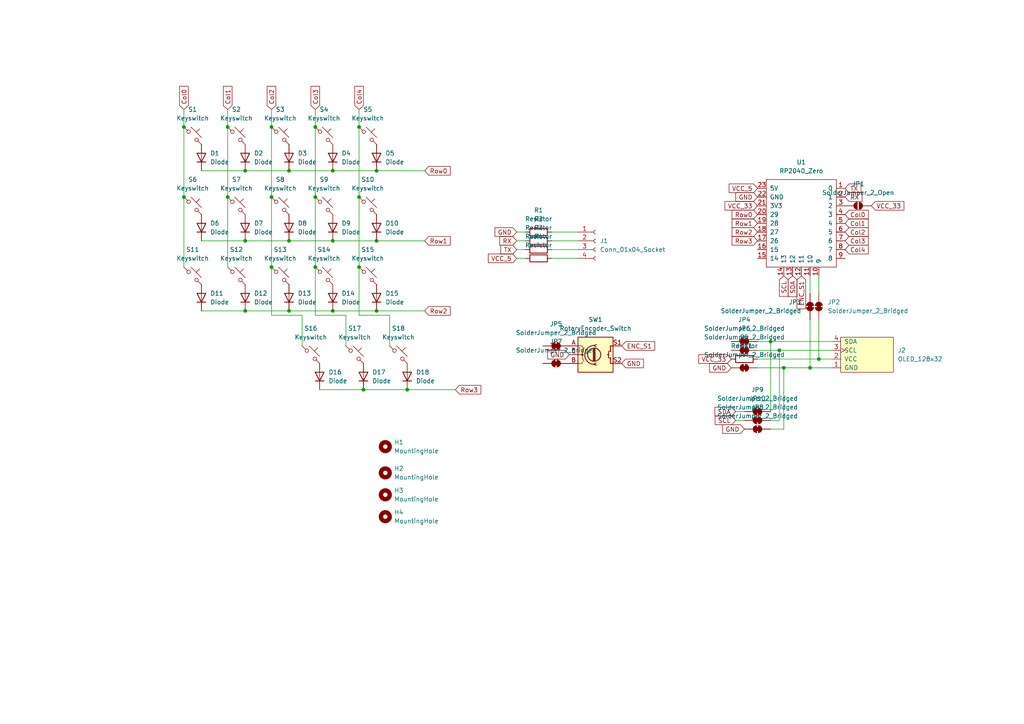
<source format=kicad_sch>
(kicad_sch
	(version 20250114)
	(generator "eeschema")
	(generator_version "9.0")
	(uuid "d345349d-d7f6-41e5-9b74-1dfd980ea579")
	(paper "A4")
	(lib_symbols
		(symbol "Connector:Conn_01x04_Socket"
			(pin_names
				(offset 1.016)
				(hide yes)
			)
			(exclude_from_sim no)
			(in_bom yes)
			(on_board yes)
			(property "Reference" "J"
				(at 0 5.08 0)
				(effects
					(font
						(size 1.27 1.27)
					)
				)
			)
			(property "Value" "Conn_01x04_Socket"
				(at 0 -7.62 0)
				(effects
					(font
						(size 1.27 1.27)
					)
				)
			)
			(property "Footprint" ""
				(at 0 0 0)
				(effects
					(font
						(size 1.27 1.27)
					)
					(hide yes)
				)
			)
			(property "Datasheet" "~"
				(at 0 0 0)
				(effects
					(font
						(size 1.27 1.27)
					)
					(hide yes)
				)
			)
			(property "Description" "Generic connector, single row, 01x04, script generated"
				(at 0 0 0)
				(effects
					(font
						(size 1.27 1.27)
					)
					(hide yes)
				)
			)
			(property "ki_locked" ""
				(at 0 0 0)
				(effects
					(font
						(size 1.27 1.27)
					)
				)
			)
			(property "ki_keywords" "connector"
				(at 0 0 0)
				(effects
					(font
						(size 1.27 1.27)
					)
					(hide yes)
				)
			)
			(property "ki_fp_filters" "Connector*:*_1x??_*"
				(at 0 0 0)
				(effects
					(font
						(size 1.27 1.27)
					)
					(hide yes)
				)
			)
			(symbol "Conn_01x04_Socket_1_1"
				(polyline
					(pts
						(xy -1.27 2.54) (xy -0.508 2.54)
					)
					(stroke
						(width 0.1524)
						(type default)
					)
					(fill
						(type none)
					)
				)
				(polyline
					(pts
						(xy -1.27 0) (xy -0.508 0)
					)
					(stroke
						(width 0.1524)
						(type default)
					)
					(fill
						(type none)
					)
				)
				(polyline
					(pts
						(xy -1.27 -2.54) (xy -0.508 -2.54)
					)
					(stroke
						(width 0.1524)
						(type default)
					)
					(fill
						(type none)
					)
				)
				(polyline
					(pts
						(xy -1.27 -5.08) (xy -0.508 -5.08)
					)
					(stroke
						(width 0.1524)
						(type default)
					)
					(fill
						(type none)
					)
				)
				(arc
					(start 0 2.032)
					(mid -0.5058 2.54)
					(end 0 3.048)
					(stroke
						(width 0.1524)
						(type default)
					)
					(fill
						(type none)
					)
				)
				(arc
					(start 0 -0.508)
					(mid -0.5058 0)
					(end 0 0.508)
					(stroke
						(width 0.1524)
						(type default)
					)
					(fill
						(type none)
					)
				)
				(arc
					(start 0 -3.048)
					(mid -0.5058 -2.54)
					(end 0 -2.032)
					(stroke
						(width 0.1524)
						(type default)
					)
					(fill
						(type none)
					)
				)
				(arc
					(start 0 -5.588)
					(mid -0.5058 -5.08)
					(end 0 -4.572)
					(stroke
						(width 0.1524)
						(type default)
					)
					(fill
						(type none)
					)
				)
				(pin passive line
					(at -5.08 2.54 0)
					(length 3.81)
					(name "Pin_1"
						(effects
							(font
								(size 1.27 1.27)
							)
						)
					)
					(number "1"
						(effects
							(font
								(size 1.27 1.27)
							)
						)
					)
				)
				(pin passive line
					(at -5.08 0 0)
					(length 3.81)
					(name "Pin_2"
						(effects
							(font
								(size 1.27 1.27)
							)
						)
					)
					(number "2"
						(effects
							(font
								(size 1.27 1.27)
							)
						)
					)
				)
				(pin passive line
					(at -5.08 -2.54 0)
					(length 3.81)
					(name "Pin_3"
						(effects
							(font
								(size 1.27 1.27)
							)
						)
					)
					(number "3"
						(effects
							(font
								(size 1.27 1.27)
							)
						)
					)
				)
				(pin passive line
					(at -5.08 -5.08 0)
					(length 3.81)
					(name "Pin_4"
						(effects
							(font
								(size 1.27 1.27)
							)
						)
					)
					(number "4"
						(effects
							(font
								(size 1.27 1.27)
							)
						)
					)
				)
			)
			(embedded_fonts no)
		)
		(symbol "Device:RotaryEncoder_Switch"
			(pin_names
				(offset 0.254)
				(hide yes)
			)
			(exclude_from_sim no)
			(in_bom yes)
			(on_board yes)
			(property "Reference" "SW"
				(at 0 6.604 0)
				(effects
					(font
						(size 1.27 1.27)
					)
				)
			)
			(property "Value" "RotaryEncoder_Switch"
				(at 0 -6.604 0)
				(effects
					(font
						(size 1.27 1.27)
					)
				)
			)
			(property "Footprint" ""
				(at -3.81 4.064 0)
				(effects
					(font
						(size 1.27 1.27)
					)
					(hide yes)
				)
			)
			(property "Datasheet" "~"
				(at 0 6.604 0)
				(effects
					(font
						(size 1.27 1.27)
					)
					(hide yes)
				)
			)
			(property "Description" "Rotary encoder, dual channel, incremental quadrate outputs, with switch"
				(at 0 0 0)
				(effects
					(font
						(size 1.27 1.27)
					)
					(hide yes)
				)
			)
			(property "ki_keywords" "rotary switch encoder switch push button"
				(at 0 0 0)
				(effects
					(font
						(size 1.27 1.27)
					)
					(hide yes)
				)
			)
			(property "ki_fp_filters" "RotaryEncoder*Switch*"
				(at 0 0 0)
				(effects
					(font
						(size 1.27 1.27)
					)
					(hide yes)
				)
			)
			(symbol "RotaryEncoder_Switch_0_1"
				(rectangle
					(start -5.08 5.08)
					(end 5.08 -5.08)
					(stroke
						(width 0.254)
						(type default)
					)
					(fill
						(type background)
					)
				)
				(polyline
					(pts
						(xy -5.08 2.54) (xy -3.81 2.54) (xy -3.81 2.032)
					)
					(stroke
						(width 0)
						(type default)
					)
					(fill
						(type none)
					)
				)
				(polyline
					(pts
						(xy -5.08 0) (xy -3.81 0) (xy -3.81 -1.016) (xy -3.302 -2.032)
					)
					(stroke
						(width 0)
						(type default)
					)
					(fill
						(type none)
					)
				)
				(polyline
					(pts
						(xy -5.08 -2.54) (xy -3.81 -2.54) (xy -3.81 -2.032)
					)
					(stroke
						(width 0)
						(type default)
					)
					(fill
						(type none)
					)
				)
				(polyline
					(pts
						(xy -4.318 0) (xy -3.81 0) (xy -3.81 1.016) (xy -3.302 2.032)
					)
					(stroke
						(width 0)
						(type default)
					)
					(fill
						(type none)
					)
				)
				(circle
					(center -3.81 0)
					(radius 0.254)
					(stroke
						(width 0)
						(type default)
					)
					(fill
						(type outline)
					)
				)
				(polyline
					(pts
						(xy -0.635 -1.778) (xy -0.635 1.778)
					)
					(stroke
						(width 0.254)
						(type default)
					)
					(fill
						(type none)
					)
				)
				(circle
					(center -0.381 0)
					(radius 1.905)
					(stroke
						(width 0.254)
						(type default)
					)
					(fill
						(type none)
					)
				)
				(polyline
					(pts
						(xy -0.381 -1.778) (xy -0.381 1.778)
					)
					(stroke
						(width 0.254)
						(type default)
					)
					(fill
						(type none)
					)
				)
				(arc
					(start -0.381 -2.794)
					(mid -3.0988 -0.0635)
					(end -0.381 2.667)
					(stroke
						(width 0.254)
						(type default)
					)
					(fill
						(type none)
					)
				)
				(polyline
					(pts
						(xy -0.127 1.778) (xy -0.127 -1.778)
					)
					(stroke
						(width 0.254)
						(type default)
					)
					(fill
						(type none)
					)
				)
				(polyline
					(pts
						(xy 0.254 2.921) (xy -0.508 2.667) (xy 0.127 2.286)
					)
					(stroke
						(width 0.254)
						(type default)
					)
					(fill
						(type none)
					)
				)
				(polyline
					(pts
						(xy 0.254 -3.048) (xy -0.508 -2.794) (xy 0.127 -2.413)
					)
					(stroke
						(width 0.254)
						(type default)
					)
					(fill
						(type none)
					)
				)
				(polyline
					(pts
						(xy 3.81 1.016) (xy 3.81 -1.016)
					)
					(stroke
						(width 0.254)
						(type default)
					)
					(fill
						(type none)
					)
				)
				(polyline
					(pts
						(xy 3.81 0) (xy 3.429 0)
					)
					(stroke
						(width 0.254)
						(type default)
					)
					(fill
						(type none)
					)
				)
				(circle
					(center 4.318 1.016)
					(radius 0.127)
					(stroke
						(width 0.254)
						(type default)
					)
					(fill
						(type none)
					)
				)
				(circle
					(center 4.318 -1.016)
					(radius 0.127)
					(stroke
						(width 0.254)
						(type default)
					)
					(fill
						(type none)
					)
				)
				(polyline
					(pts
						(xy 5.08 2.54) (xy 4.318 2.54) (xy 4.318 1.016)
					)
					(stroke
						(width 0.254)
						(type default)
					)
					(fill
						(type none)
					)
				)
				(polyline
					(pts
						(xy 5.08 -2.54) (xy 4.318 -2.54) (xy 4.318 -1.016)
					)
					(stroke
						(width 0.254)
						(type default)
					)
					(fill
						(type none)
					)
				)
			)
			(symbol "RotaryEncoder_Switch_1_1"
				(pin passive line
					(at -7.62 2.54 0)
					(length 2.54)
					(name "A"
						(effects
							(font
								(size 1.27 1.27)
							)
						)
					)
					(number "A"
						(effects
							(font
								(size 1.27 1.27)
							)
						)
					)
				)
				(pin passive line
					(at -7.62 0 0)
					(length 2.54)
					(name "C"
						(effects
							(font
								(size 1.27 1.27)
							)
						)
					)
					(number "C"
						(effects
							(font
								(size 1.27 1.27)
							)
						)
					)
				)
				(pin passive line
					(at -7.62 -2.54 0)
					(length 2.54)
					(name "B"
						(effects
							(font
								(size 1.27 1.27)
							)
						)
					)
					(number "B"
						(effects
							(font
								(size 1.27 1.27)
							)
						)
					)
				)
				(pin passive line
					(at 7.62 2.54 180)
					(length 2.54)
					(name "S1"
						(effects
							(font
								(size 1.27 1.27)
							)
						)
					)
					(number "S1"
						(effects
							(font
								(size 1.27 1.27)
							)
						)
					)
				)
				(pin passive line
					(at 7.62 -2.54 180)
					(length 2.54)
					(name "S2"
						(effects
							(font
								(size 1.27 1.27)
							)
						)
					)
					(number "S2"
						(effects
							(font
								(size 1.27 1.27)
							)
						)
					)
				)
			)
			(embedded_fonts no)
		)
		(symbol "Jumper:SolderJumper_2_Bridged"
			(pin_numbers
				(hide yes)
			)
			(pin_names
				(offset 0)
				(hide yes)
			)
			(exclude_from_sim no)
			(in_bom no)
			(on_board yes)
			(property "Reference" "JP"
				(at 0 2.032 0)
				(effects
					(font
						(size 1.27 1.27)
					)
				)
			)
			(property "Value" "SolderJumper_2_Bridged"
				(at 0 -2.54 0)
				(effects
					(font
						(size 1.27 1.27)
					)
				)
			)
			(property "Footprint" ""
				(at 0 0 0)
				(effects
					(font
						(size 1.27 1.27)
					)
					(hide yes)
				)
			)
			(property "Datasheet" "~"
				(at 0 0 0)
				(effects
					(font
						(size 1.27 1.27)
					)
					(hide yes)
				)
			)
			(property "Description" "Solder Jumper, 2-pole, closed/bridged"
				(at 0 0 0)
				(effects
					(font
						(size 1.27 1.27)
					)
					(hide yes)
				)
			)
			(property "ki_keywords" "solder jumper SPST"
				(at 0 0 0)
				(effects
					(font
						(size 1.27 1.27)
					)
					(hide yes)
				)
			)
			(property "ki_fp_filters" "SolderJumper*Bridged*"
				(at 0 0 0)
				(effects
					(font
						(size 1.27 1.27)
					)
					(hide yes)
				)
			)
			(symbol "SolderJumper_2_Bridged_0_1"
				(rectangle
					(start -0.508 0.508)
					(end 0.508 -0.508)
					(stroke
						(width 0)
						(type default)
					)
					(fill
						(type outline)
					)
				)
				(polyline
					(pts
						(xy -0.254 1.016) (xy -0.254 -1.016)
					)
					(stroke
						(width 0)
						(type default)
					)
					(fill
						(type none)
					)
				)
				(arc
					(start -0.254 -1.016)
					(mid -1.2656 0)
					(end -0.254 1.016)
					(stroke
						(width 0)
						(type default)
					)
					(fill
						(type none)
					)
				)
				(arc
					(start -0.254 -1.016)
					(mid -1.2656 0)
					(end -0.254 1.016)
					(stroke
						(width 0)
						(type default)
					)
					(fill
						(type outline)
					)
				)
				(arc
					(start 0.254 1.016)
					(mid 1.2656 0)
					(end 0.254 -1.016)
					(stroke
						(width 0)
						(type default)
					)
					(fill
						(type none)
					)
				)
				(arc
					(start 0.254 1.016)
					(mid 1.2656 0)
					(end 0.254 -1.016)
					(stroke
						(width 0)
						(type default)
					)
					(fill
						(type outline)
					)
				)
				(polyline
					(pts
						(xy 0.254 1.016) (xy 0.254 -1.016)
					)
					(stroke
						(width 0)
						(type default)
					)
					(fill
						(type none)
					)
				)
			)
			(symbol "SolderJumper_2_Bridged_1_1"
				(pin passive line
					(at -3.81 0 0)
					(length 2.54)
					(name "A"
						(effects
							(font
								(size 1.27 1.27)
							)
						)
					)
					(number "1"
						(effects
							(font
								(size 1.27 1.27)
							)
						)
					)
				)
				(pin passive line
					(at 3.81 0 180)
					(length 2.54)
					(name "B"
						(effects
							(font
								(size 1.27 1.27)
							)
						)
					)
					(number "2"
						(effects
							(font
								(size 1.27 1.27)
							)
						)
					)
				)
			)
			(embedded_fonts no)
		)
		(symbol "Jumper:SolderJumper_2_Open"
			(pin_numbers
				(hide yes)
			)
			(pin_names
				(offset 0)
				(hide yes)
			)
			(exclude_from_sim no)
			(in_bom no)
			(on_board yes)
			(property "Reference" "JP"
				(at 0 2.032 0)
				(effects
					(font
						(size 1.27 1.27)
					)
				)
			)
			(property "Value" "SolderJumper_2_Open"
				(at 0 -2.54 0)
				(effects
					(font
						(size 1.27 1.27)
					)
				)
			)
			(property "Footprint" ""
				(at 0 0 0)
				(effects
					(font
						(size 1.27 1.27)
					)
					(hide yes)
				)
			)
			(property "Datasheet" "~"
				(at 0 0 0)
				(effects
					(font
						(size 1.27 1.27)
					)
					(hide yes)
				)
			)
			(property "Description" "Solder Jumper, 2-pole, open"
				(at 0 0 0)
				(effects
					(font
						(size 1.27 1.27)
					)
					(hide yes)
				)
			)
			(property "ki_keywords" "solder jumper SPST"
				(at 0 0 0)
				(effects
					(font
						(size 1.27 1.27)
					)
					(hide yes)
				)
			)
			(property "ki_fp_filters" "SolderJumper*Open*"
				(at 0 0 0)
				(effects
					(font
						(size 1.27 1.27)
					)
					(hide yes)
				)
			)
			(symbol "SolderJumper_2_Open_0_1"
				(polyline
					(pts
						(xy -0.254 1.016) (xy -0.254 -1.016)
					)
					(stroke
						(width 0)
						(type default)
					)
					(fill
						(type none)
					)
				)
				(arc
					(start -0.254 -1.016)
					(mid -1.2656 0)
					(end -0.254 1.016)
					(stroke
						(width 0)
						(type default)
					)
					(fill
						(type none)
					)
				)
				(arc
					(start -0.254 -1.016)
					(mid -1.2656 0)
					(end -0.254 1.016)
					(stroke
						(width 0)
						(type default)
					)
					(fill
						(type outline)
					)
				)
				(arc
					(start 0.254 1.016)
					(mid 1.2656 0)
					(end 0.254 -1.016)
					(stroke
						(width 0)
						(type default)
					)
					(fill
						(type none)
					)
				)
				(arc
					(start 0.254 1.016)
					(mid 1.2656 0)
					(end 0.254 -1.016)
					(stroke
						(width 0)
						(type default)
					)
					(fill
						(type outline)
					)
				)
				(polyline
					(pts
						(xy 0.254 1.016) (xy 0.254 -1.016)
					)
					(stroke
						(width 0)
						(type default)
					)
					(fill
						(type none)
					)
				)
			)
			(symbol "SolderJumper_2_Open_1_1"
				(pin passive line
					(at -3.81 0 0)
					(length 2.54)
					(name "A"
						(effects
							(font
								(size 1.27 1.27)
							)
						)
					)
					(number "1"
						(effects
							(font
								(size 1.27 1.27)
							)
						)
					)
				)
				(pin passive line
					(at 3.81 0 180)
					(length 2.54)
					(name "B"
						(effects
							(font
								(size 1.27 1.27)
							)
						)
					)
					(number "2"
						(effects
							(font
								(size 1.27 1.27)
							)
						)
					)
				)
			)
			(embedded_fonts no)
		)
		(symbol "Mechanical:MountingHole"
			(pin_names
				(offset 1.016)
			)
			(exclude_from_sim no)
			(in_bom no)
			(on_board yes)
			(property "Reference" "H"
				(at 0 5.08 0)
				(effects
					(font
						(size 1.27 1.27)
					)
				)
			)
			(property "Value" "MountingHole"
				(at 0 3.175 0)
				(effects
					(font
						(size 1.27 1.27)
					)
				)
			)
			(property "Footprint" ""
				(at 0 0 0)
				(effects
					(font
						(size 1.27 1.27)
					)
					(hide yes)
				)
			)
			(property "Datasheet" "~"
				(at 0 0 0)
				(effects
					(font
						(size 1.27 1.27)
					)
					(hide yes)
				)
			)
			(property "Description" "Mounting Hole without connection"
				(at 0 0 0)
				(effects
					(font
						(size 1.27 1.27)
					)
					(hide yes)
				)
			)
			(property "ki_keywords" "mounting hole"
				(at 0 0 0)
				(effects
					(font
						(size 1.27 1.27)
					)
					(hide yes)
				)
			)
			(property "ki_fp_filters" "MountingHole*"
				(at 0 0 0)
				(effects
					(font
						(size 1.27 1.27)
					)
					(hide yes)
				)
			)
			(symbol "MountingHole_0_1"
				(circle
					(center 0 0)
					(radius 1.27)
					(stroke
						(width 1.27)
						(type default)
					)
					(fill
						(type none)
					)
				)
			)
			(embedded_fonts no)
		)
		(symbol "ScottoKeebs:MCU_RP2040_Zero"
			(pin_names
				(offset 1.016)
			)
			(exclude_from_sim no)
			(in_bom yes)
			(on_board yes)
			(property "Reference" "U"
				(at 0 15.24 0)
				(effects
					(font
						(size 1.27 1.27)
					)
				)
			)
			(property "Value" "RP2040_Zero"
				(at 0 12.7 0)
				(effects
					(font
						(size 1.27 1.27)
					)
				)
			)
			(property "Footprint" "ScottoKeebs_MCU:RP2040_Zero"
				(at -8.89 5.08 0)
				(effects
					(font
						(size 1.27 1.27)
					)
					(hide yes)
				)
			)
			(property "Datasheet" ""
				(at -8.89 5.08 0)
				(effects
					(font
						(size 1.27 1.27)
					)
					(hide yes)
				)
			)
			(property "Description" ""
				(at 0 0 0)
				(effects
					(font
						(size 1.27 1.27)
					)
					(hide yes)
				)
			)
			(symbol "MCU_RP2040_Zero_0_1"
				(rectangle
					(start -10.16 11.43)
					(end 10.16 -13.97)
					(stroke
						(width 0)
						(type default)
					)
					(fill
						(type none)
					)
				)
			)
			(symbol "MCU_RP2040_Zero_1_1"
				(pin power_out line
					(at -12.7 8.89 0)
					(length 2.54)
					(name "5V"
						(effects
							(font
								(size 1.27 1.27)
							)
						)
					)
					(number "23"
						(effects
							(font
								(size 1.27 1.27)
							)
						)
					)
				)
				(pin power_out line
					(at -12.7 6.35 0)
					(length 2.54)
					(name "GND"
						(effects
							(font
								(size 1.27 1.27)
							)
						)
					)
					(number "22"
						(effects
							(font
								(size 1.27 1.27)
							)
						)
					)
				)
				(pin power_out line
					(at -12.7 3.81 0)
					(length 2.54)
					(name "3V3"
						(effects
							(font
								(size 1.27 1.27)
							)
						)
					)
					(number "21"
						(effects
							(font
								(size 1.27 1.27)
							)
						)
					)
				)
				(pin bidirectional line
					(at -12.7 1.27 0)
					(length 2.54)
					(name "29"
						(effects
							(font
								(size 1.27 1.27)
							)
						)
					)
					(number "20"
						(effects
							(font
								(size 1.27 1.27)
							)
						)
					)
				)
				(pin bidirectional line
					(at -12.7 -1.27 0)
					(length 2.54)
					(name "28"
						(effects
							(font
								(size 1.27 1.27)
							)
						)
					)
					(number "19"
						(effects
							(font
								(size 1.27 1.27)
							)
						)
					)
				)
				(pin bidirectional line
					(at -12.7 -3.81 0)
					(length 2.54)
					(name "27"
						(effects
							(font
								(size 1.27 1.27)
							)
						)
					)
					(number "18"
						(effects
							(font
								(size 1.27 1.27)
							)
						)
					)
				)
				(pin bidirectional line
					(at -12.7 -6.35 0)
					(length 2.54)
					(name "26"
						(effects
							(font
								(size 1.27 1.27)
							)
						)
					)
					(number "17"
						(effects
							(font
								(size 1.27 1.27)
							)
						)
					)
				)
				(pin bidirectional line
					(at -12.7 -8.89 0)
					(length 2.54)
					(name "15"
						(effects
							(font
								(size 1.27 1.27)
							)
						)
					)
					(number "16"
						(effects
							(font
								(size 1.27 1.27)
							)
						)
					)
				)
				(pin bidirectional line
					(at -12.7 -11.43 0)
					(length 2.54)
					(name "14"
						(effects
							(font
								(size 1.27 1.27)
							)
						)
					)
					(number "15"
						(effects
							(font
								(size 1.27 1.27)
							)
						)
					)
				)
				(pin bidirectional line
					(at -5.08 -16.51 90)
					(length 2.54)
					(name "13"
						(effects
							(font
								(size 1.27 1.27)
							)
						)
					)
					(number "14"
						(effects
							(font
								(size 1.27 1.27)
							)
						)
					)
				)
				(pin bidirectional line
					(at -2.54 -16.51 90)
					(length 2.54)
					(name "12"
						(effects
							(font
								(size 1.27 1.27)
							)
						)
					)
					(number "13"
						(effects
							(font
								(size 1.27 1.27)
							)
						)
					)
				)
				(pin bidirectional line
					(at 0 -16.51 90)
					(length 2.54)
					(name "11"
						(effects
							(font
								(size 1.27 1.27)
							)
						)
					)
					(number "12"
						(effects
							(font
								(size 1.27 1.27)
							)
						)
					)
				)
				(pin bidirectional line
					(at 2.54 -16.51 90)
					(length 2.54)
					(name "10"
						(effects
							(font
								(size 1.27 1.27)
							)
						)
					)
					(number "11"
						(effects
							(font
								(size 1.27 1.27)
							)
						)
					)
				)
				(pin bidirectional line
					(at 5.08 -16.51 90)
					(length 2.54)
					(name "9"
						(effects
							(font
								(size 1.27 1.27)
							)
						)
					)
					(number "10"
						(effects
							(font
								(size 1.27 1.27)
							)
						)
					)
				)
				(pin bidirectional line
					(at 12.7 8.89 180)
					(length 2.54)
					(name "0"
						(effects
							(font
								(size 1.27 1.27)
							)
						)
					)
					(number "1"
						(effects
							(font
								(size 1.27 1.27)
							)
						)
					)
				)
				(pin bidirectional line
					(at 12.7 6.35 180)
					(length 2.54)
					(name "1"
						(effects
							(font
								(size 1.27 1.27)
							)
						)
					)
					(number "2"
						(effects
							(font
								(size 1.27 1.27)
							)
						)
					)
				)
				(pin bidirectional line
					(at 12.7 3.81 180)
					(length 2.54)
					(name "2"
						(effects
							(font
								(size 1.27 1.27)
							)
						)
					)
					(number "3"
						(effects
							(font
								(size 1.27 1.27)
							)
						)
					)
				)
				(pin bidirectional line
					(at 12.7 1.27 180)
					(length 2.54)
					(name "3"
						(effects
							(font
								(size 1.27 1.27)
							)
						)
					)
					(number "4"
						(effects
							(font
								(size 1.27 1.27)
							)
						)
					)
				)
				(pin bidirectional line
					(at 12.7 -1.27 180)
					(length 2.54)
					(name "4"
						(effects
							(font
								(size 1.27 1.27)
							)
						)
					)
					(number "5"
						(effects
							(font
								(size 1.27 1.27)
							)
						)
					)
				)
				(pin bidirectional line
					(at 12.7 -3.81 180)
					(length 2.54)
					(name "5"
						(effects
							(font
								(size 1.27 1.27)
							)
						)
					)
					(number "6"
						(effects
							(font
								(size 1.27 1.27)
							)
						)
					)
				)
				(pin bidirectional line
					(at 12.7 -6.35 180)
					(length 2.54)
					(name "6"
						(effects
							(font
								(size 1.27 1.27)
							)
						)
					)
					(number "7"
						(effects
							(font
								(size 1.27 1.27)
							)
						)
					)
				)
				(pin bidirectional line
					(at 12.7 -8.89 180)
					(length 2.54)
					(name "7"
						(effects
							(font
								(size 1.27 1.27)
							)
						)
					)
					(number "8"
						(effects
							(font
								(size 1.27 1.27)
							)
						)
					)
				)
				(pin bidirectional line
					(at 12.7 -11.43 180)
					(length 2.54)
					(name "8"
						(effects
							(font
								(size 1.27 1.27)
							)
						)
					)
					(number "9"
						(effects
							(font
								(size 1.27 1.27)
							)
						)
					)
				)
			)
			(embedded_fonts no)
		)
		(symbol "ScottoKeebs:OLED_128x32"
			(pin_names
				(offset 1.016)
			)
			(exclude_from_sim no)
			(in_bom yes)
			(on_board yes)
			(property "Reference" "J"
				(at 0 -6.35 0)
				(effects
					(font
						(size 1.27 1.27)
					)
				)
			)
			(property "Value" "OLED_128x32"
				(at 0 6.35 0)
				(effects
					(font
						(size 1.27 1.27)
					)
				)
			)
			(property "Footprint" "ScottoKeebs_Components:OLED_128x32"
				(at 0 8.89 0)
				(effects
					(font
						(size 1.27 1.27)
					)
					(hide yes)
				)
			)
			(property "Datasheet" ""
				(at 0 1.27 0)
				(effects
					(font
						(size 1.27 1.27)
					)
					(hide yes)
				)
			)
			(property "Description" ""
				(at 0 0 0)
				(effects
					(font
						(size 1.27 1.27)
					)
					(hide yes)
				)
			)
			(symbol "OLED_128x32_0_1"
				(rectangle
					(start 0 5.08)
					(end 15.24 -5.08)
					(stroke
						(width 0)
						(type default)
					)
					(fill
						(type background)
					)
				)
			)
			(symbol "OLED_128x32_1_1"
				(pin bidirectional line
					(at -2.54 3.81 0)
					(length 2.54)
					(name "SDA"
						(effects
							(font
								(size 1.27 1.27)
							)
						)
					)
					(number "4"
						(effects
							(font
								(size 1.27 1.27)
							)
						)
					)
				)
				(pin input clock
					(at -2.54 1.27 0)
					(length 2.54)
					(name "SCL"
						(effects
							(font
								(size 1.27 1.27)
							)
						)
					)
					(number "3"
						(effects
							(font
								(size 1.27 1.27)
							)
						)
					)
				)
				(pin power_in line
					(at -2.54 -1.27 0)
					(length 2.54)
					(name "VCC"
						(effects
							(font
								(size 1.27 1.27)
							)
						)
					)
					(number "2"
						(effects
							(font
								(size 1.27 1.27)
							)
						)
					)
				)
				(pin power_in line
					(at -2.54 -3.81 0)
					(length 2.54)
					(name "GND"
						(effects
							(font
								(size 1.27 1.27)
							)
						)
					)
					(number "1"
						(effects
							(font
								(size 1.27 1.27)
							)
						)
					)
				)
			)
			(embedded_fonts no)
		)
		(symbol "ScottoKeebs:Placeholder_Diode"
			(pin_numbers
				(hide yes)
			)
			(pin_names
				(hide yes)
			)
			(exclude_from_sim no)
			(in_bom yes)
			(on_board yes)
			(property "Reference" "D"
				(at 0 2.54 0)
				(effects
					(font
						(size 1.27 1.27)
					)
				)
			)
			(property "Value" "Diode"
				(at 0 -2.54 0)
				(effects
					(font
						(size 1.27 1.27)
					)
				)
			)
			(property "Footprint" ""
				(at 0 0 0)
				(effects
					(font
						(size 1.27 1.27)
					)
					(hide yes)
				)
			)
			(property "Datasheet" ""
				(at 0 0 0)
				(effects
					(font
						(size 1.27 1.27)
					)
					(hide yes)
				)
			)
			(property "Description" "1N4148 (DO-35) or 1N4148W (SOD-123)"
				(at 0 0 0)
				(effects
					(font
						(size 1.27 1.27)
					)
					(hide yes)
				)
			)
			(property "Sim.Device" "D"
				(at 0 0 0)
				(effects
					(font
						(size 1.27 1.27)
					)
					(hide yes)
				)
			)
			(property "Sim.Pins" "1=K 2=A"
				(at 0 0 0)
				(effects
					(font
						(size 1.27 1.27)
					)
					(hide yes)
				)
			)
			(property "ki_keywords" "diode"
				(at 0 0 0)
				(effects
					(font
						(size 1.27 1.27)
					)
					(hide yes)
				)
			)
			(property "ki_fp_filters" "D*DO?35*"
				(at 0 0 0)
				(effects
					(font
						(size 1.27 1.27)
					)
					(hide yes)
				)
			)
			(symbol "Placeholder_Diode_0_1"
				(polyline
					(pts
						(xy -1.27 1.27) (xy -1.27 -1.27)
					)
					(stroke
						(width 0.254)
						(type default)
					)
					(fill
						(type none)
					)
				)
				(polyline
					(pts
						(xy 1.27 1.27) (xy 1.27 -1.27) (xy -1.27 0) (xy 1.27 1.27)
					)
					(stroke
						(width 0.254)
						(type default)
					)
					(fill
						(type none)
					)
				)
				(polyline
					(pts
						(xy 1.27 0) (xy -1.27 0)
					)
					(stroke
						(width 0)
						(type default)
					)
					(fill
						(type none)
					)
				)
			)
			(symbol "Placeholder_Diode_1_1"
				(pin passive line
					(at -3.81 0 0)
					(length 2.54)
					(name "K"
						(effects
							(font
								(size 1.27 1.27)
							)
						)
					)
					(number "1"
						(effects
							(font
								(size 1.27 1.27)
							)
						)
					)
				)
				(pin passive line
					(at 3.81 0 180)
					(length 2.54)
					(name "A"
						(effects
							(font
								(size 1.27 1.27)
							)
						)
					)
					(number "2"
						(effects
							(font
								(size 1.27 1.27)
							)
						)
					)
				)
			)
			(embedded_fonts no)
		)
		(symbol "ScottoKeebs:Placeholder_Keyswitch"
			(pin_numbers
				(hide yes)
			)
			(pin_names
				(offset 1.016)
				(hide yes)
			)
			(exclude_from_sim no)
			(in_bom yes)
			(on_board yes)
			(property "Reference" "S"
				(at 3.048 1.016 0)
				(effects
					(font
						(size 1.27 1.27)
					)
					(justify left)
				)
			)
			(property "Value" "Keyswitch"
				(at 0 -3.81 0)
				(effects
					(font
						(size 1.27 1.27)
					)
				)
			)
			(property "Footprint" ""
				(at 0 0 0)
				(effects
					(font
						(size 1.27 1.27)
					)
					(hide yes)
				)
			)
			(property "Datasheet" "~"
				(at 0 0 0)
				(effects
					(font
						(size 1.27 1.27)
					)
					(hide yes)
				)
			)
			(property "Description" "Push button switch, normally open, two pins, 45° tilted"
				(at 0 0 0)
				(effects
					(font
						(size 1.27 1.27)
					)
					(hide yes)
				)
			)
			(property "ki_keywords" "switch normally-open pushbutton push-button"
				(at 0 0 0)
				(effects
					(font
						(size 1.27 1.27)
					)
					(hide yes)
				)
			)
			(symbol "Placeholder_Keyswitch_0_1"
				(polyline
					(pts
						(xy -2.54 2.54) (xy -1.524 1.524) (xy -1.524 1.524)
					)
					(stroke
						(width 0)
						(type default)
					)
					(fill
						(type none)
					)
				)
				(circle
					(center -1.1684 1.1684)
					(radius 0.508)
					(stroke
						(width 0)
						(type default)
					)
					(fill
						(type none)
					)
				)
				(polyline
					(pts
						(xy -0.508 2.54) (xy 2.54 -0.508)
					)
					(stroke
						(width 0)
						(type default)
					)
					(fill
						(type none)
					)
				)
				(polyline
					(pts
						(xy 1.016 1.016) (xy 2.032 2.032)
					)
					(stroke
						(width 0)
						(type default)
					)
					(fill
						(type none)
					)
				)
				(circle
					(center 1.143 -1.1938)
					(radius 0.508)
					(stroke
						(width 0)
						(type default)
					)
					(fill
						(type none)
					)
				)
				(polyline
					(pts
						(xy 1.524 -1.524) (xy 2.54 -2.54) (xy 2.54 -2.54) (xy 2.54 -2.54)
					)
					(stroke
						(width 0)
						(type default)
					)
					(fill
						(type none)
					)
				)
				(pin passive line
					(at -2.54 2.54 0)
					(length 0)
					(name "1"
						(effects
							(font
								(size 1.27 1.27)
							)
						)
					)
					(number "1"
						(effects
							(font
								(size 1.27 1.27)
							)
						)
					)
				)
				(pin passive line
					(at 2.54 -2.54 180)
					(length 0)
					(name "2"
						(effects
							(font
								(size 1.27 1.27)
							)
						)
					)
					(number "2"
						(effects
							(font
								(size 1.27 1.27)
							)
						)
					)
				)
			)
			(embedded_fonts no)
		)
		(symbol "ScottoKeebs:Placeholder_Resistor"
			(pin_numbers
				(hide yes)
			)
			(pin_names
				(offset 0)
			)
			(exclude_from_sim no)
			(in_bom yes)
			(on_board yes)
			(property "Reference" "R"
				(at 0 2.032 0)
				(effects
					(font
						(size 1.27 1.27)
					)
				)
			)
			(property "Value" "Resistor"
				(at 0 -2.54 0)
				(effects
					(font
						(size 1.27 1.27)
					)
				)
			)
			(property "Footprint" ""
				(at 0 -1.778 0)
				(effects
					(font
						(size 1.27 1.27)
					)
					(hide yes)
				)
			)
			(property "Datasheet" "~"
				(at 0 0 90)
				(effects
					(font
						(size 1.27 1.27)
					)
					(hide yes)
				)
			)
			(property "Description" "Resistor"
				(at 0 0 0)
				(effects
					(font
						(size 1.27 1.27)
					)
					(hide yes)
				)
			)
			(property "ki_keywords" "R res resistor"
				(at 0 0 0)
				(effects
					(font
						(size 1.27 1.27)
					)
					(hide yes)
				)
			)
			(property "ki_fp_filters" "R_*"
				(at 0 0 0)
				(effects
					(font
						(size 1.27 1.27)
					)
					(hide yes)
				)
			)
			(symbol "Placeholder_Resistor_0_1"
				(rectangle
					(start 2.54 -1.016)
					(end -2.54 1.016)
					(stroke
						(width 0.254)
						(type default)
					)
					(fill
						(type none)
					)
				)
			)
			(symbol "Placeholder_Resistor_1_1"
				(pin passive line
					(at -3.81 0 0)
					(length 1.27)
					(name "~"
						(effects
							(font
								(size 1.27 1.27)
							)
						)
					)
					(number "1"
						(effects
							(font
								(size 1.27 1.27)
							)
						)
					)
				)
				(pin passive line
					(at 3.81 0 180)
					(length 1.27)
					(name "~"
						(effects
							(font
								(size 1.27 1.27)
							)
						)
					)
					(number "2"
						(effects
							(font
								(size 1.27 1.27)
							)
						)
					)
				)
			)
			(embedded_fonts no)
		)
	)
	(junction
		(at 53.34 36.83)
		(diameter 0)
		(color 0 0 0 0)
		(uuid "00d055e4-c407-436d-a38b-615230f1b2a3")
	)
	(junction
		(at 78.74 36.83)
		(diameter 0)
		(color 0 0 0 0)
		(uuid "0d419de8-6372-4f3e-a808-2dece96b3358")
	)
	(junction
		(at 118.11 113.03)
		(diameter 0)
		(color 0 0 0 0)
		(uuid "2b702e11-9ce5-4712-8f8b-43665cd4e244")
	)
	(junction
		(at 223.52 99.06)
		(diameter 0)
		(color 0 0 0 0)
		(uuid "30380850-872a-41a7-a384-7de127980ec0")
	)
	(junction
		(at 96.52 49.53)
		(diameter 0)
		(color 0 0 0 0)
		(uuid "3df3760a-5b39-4221-8b45-06078c87a634")
	)
	(junction
		(at 109.22 49.53)
		(diameter 0)
		(color 0 0 0 0)
		(uuid "47e4f678-b939-4752-855c-367d0c9c2c68")
	)
	(junction
		(at 109.22 69.85)
		(diameter 0)
		(color 0 0 0 0)
		(uuid "49fab72a-14a0-4fb7-a3df-f50ccd621588")
	)
	(junction
		(at 66.04 36.83)
		(diameter 0)
		(color 0 0 0 0)
		(uuid "5396eef3-6c5e-4b47-9414-27cb4ae97281")
	)
	(junction
		(at 78.74 57.15)
		(diameter 0)
		(color 0 0 0 0)
		(uuid "5412122a-7cc4-4884-853c-f5da3fdd75c8")
	)
	(junction
		(at 91.44 36.83)
		(diameter 0)
		(color 0 0 0 0)
		(uuid "57d8a8a8-6a70-46b8-9c65-c1fbe128c4ae")
	)
	(junction
		(at 71.12 49.53)
		(diameter 0)
		(color 0 0 0 0)
		(uuid "5ff15f21-25fc-4e37-8187-1e1dbdf9c7f2")
	)
	(junction
		(at 71.12 69.85)
		(diameter 0)
		(color 0 0 0 0)
		(uuid "61af0518-2520-429c-a566-9490a3eecd91")
	)
	(junction
		(at 237.49 104.14)
		(diameter 0)
		(color 0 0 0 0)
		(uuid "6c35863f-a3b7-492f-8e7e-a91042bff165")
	)
	(junction
		(at 71.12 90.17)
		(diameter 0)
		(color 0 0 0 0)
		(uuid "862178c8-c6a7-42b2-a435-be4fa6358750")
	)
	(junction
		(at 226.06 101.6)
		(diameter 0)
		(color 0 0 0 0)
		(uuid "8f46e507-3393-46f0-ba17-b11025f74b96")
	)
	(junction
		(at 234.95 106.68)
		(diameter 0)
		(color 0 0 0 0)
		(uuid "9049351c-34d3-4f6e-a3dc-677ac14519c3")
	)
	(junction
		(at 83.82 69.85)
		(diameter 0)
		(color 0 0 0 0)
		(uuid "9846019f-ada6-499c-9d1e-5837269cb1cc")
	)
	(junction
		(at 96.52 90.17)
		(diameter 0)
		(color 0 0 0 0)
		(uuid "98d7ba78-c6d2-4813-a541-b5500049a871")
	)
	(junction
		(at 227.33 106.68)
		(diameter 0)
		(color 0 0 0 0)
		(uuid "a12552e1-1d45-4b76-97d9-36c4ee257870")
	)
	(junction
		(at 104.14 57.15)
		(diameter 0)
		(color 0 0 0 0)
		(uuid "a6cb4cc8-c925-4339-a63f-645ac19e8913")
	)
	(junction
		(at 91.44 57.15)
		(diameter 0)
		(color 0 0 0 0)
		(uuid "b00565e0-cd33-4282-a6fa-2f3ce87feb79")
	)
	(junction
		(at 96.52 69.85)
		(diameter 0)
		(color 0 0 0 0)
		(uuid "bc1cf9ed-caad-4d1d-9746-51519454107d")
	)
	(junction
		(at 91.44 77.47)
		(diameter 0)
		(color 0 0 0 0)
		(uuid "c138a848-3870-42aa-afd0-9243ab080405")
	)
	(junction
		(at 53.34 57.15)
		(diameter 0)
		(color 0 0 0 0)
		(uuid "c81eaec5-9bd4-4b21-bddb-3894d4d6646b")
	)
	(junction
		(at 104.14 77.47)
		(diameter 0)
		(color 0 0 0 0)
		(uuid "d221e519-8c81-4ea5-b9c3-1a827396757a")
	)
	(junction
		(at 83.82 90.17)
		(diameter 0)
		(color 0 0 0 0)
		(uuid "d8c15ecb-f738-42ec-9593-87fcf6cda169")
	)
	(junction
		(at 105.41 113.03)
		(diameter 0)
		(color 0 0 0 0)
		(uuid "dd9cc8fd-59b7-4d10-89ad-b7b562d2d1c9")
	)
	(junction
		(at 104.14 36.83)
		(diameter 0)
		(color 0 0 0 0)
		(uuid "dfdd204c-141f-41f0-8128-391a6c0636b8")
	)
	(junction
		(at 66.04 57.15)
		(diameter 0)
		(color 0 0 0 0)
		(uuid "eb887677-edaa-4497-aa2e-2a3463ed3714")
	)
	(junction
		(at 83.82 49.53)
		(diameter 0)
		(color 0 0 0 0)
		(uuid "fc68973c-f0cf-456f-949e-3292833d5803")
	)
	(junction
		(at 109.22 90.17)
		(diameter 0)
		(color 0 0 0 0)
		(uuid "fd40d5cc-1169-4ba3-b12f-20e327e8c9b3")
	)
	(junction
		(at 78.74 77.47)
		(diameter 0)
		(color 0 0 0 0)
		(uuid "fdc6ced4-fbad-46ff-b67f-8519856e5969")
	)
	(wire
		(pts
			(xy 87.63 91.44) (xy 87.63 100.33)
		)
		(stroke
			(width 0)
			(type default)
		)
		(uuid "04204b62-cf3b-4d99-b5c4-9f6625aaac26")
	)
	(wire
		(pts
			(xy 92.71 113.03) (xy 105.41 113.03)
		)
		(stroke
			(width 0)
			(type default)
		)
		(uuid "0c171f0b-ba8d-4a8c-a57e-e9d54cfc5589")
	)
	(wire
		(pts
			(xy 83.82 69.85) (xy 96.52 69.85)
		)
		(stroke
			(width 0)
			(type default)
		)
		(uuid "0dda0a44-d118-4636-8c7c-1b3736116769")
	)
	(wire
		(pts
			(xy 160.02 67.31) (xy 167.64 67.31)
		)
		(stroke
			(width 0)
			(type default)
		)
		(uuid "0e3eddc9-4c16-484e-9932-88c6f6f6ef7f")
	)
	(wire
		(pts
			(xy 113.03 91.44) (xy 113.03 100.33)
		)
		(stroke
			(width 0)
			(type default)
		)
		(uuid "164e273f-8eab-46f1-9179-edfa6a0ba56b")
	)
	(wire
		(pts
			(xy 149.86 69.85) (xy 152.4 69.85)
		)
		(stroke
			(width 0)
			(type default)
		)
		(uuid "17c47768-f89e-406c-a90f-daeb133fab5d")
	)
	(wire
		(pts
			(xy 66.04 31.75) (xy 66.04 36.83)
		)
		(stroke
			(width 0)
			(type default)
		)
		(uuid "192550d6-881b-4410-bf01-380131d999a1")
	)
	(wire
		(pts
			(xy 226.06 121.92) (xy 226.06 101.6)
		)
		(stroke
			(width 0)
			(type default)
		)
		(uuid "1b299a38-0139-41f2-a8ba-9d65a6979103")
	)
	(wire
		(pts
			(xy 104.14 57.15) (xy 104.14 77.47)
		)
		(stroke
			(width 0)
			(type default)
		)
		(uuid "221b3402-cf82-4ce5-ac1e-0c972ea94d81")
	)
	(wire
		(pts
			(xy 53.34 36.83) (xy 53.34 57.15)
		)
		(stroke
			(width 0)
			(type default)
		)
		(uuid "234113c2-6699-42b3-9950-1d2718b91230")
	)
	(wire
		(pts
			(xy 104.14 77.47) (xy 104.14 91.44)
		)
		(stroke
			(width 0)
			(type default)
		)
		(uuid "2445d83f-0694-4278-9fc3-f6dd1e8219f1")
	)
	(wire
		(pts
			(xy 91.44 91.44) (xy 100.33 91.44)
		)
		(stroke
			(width 0)
			(type default)
		)
		(uuid "25ec2636-b2c2-4060-8c04-62c0fa826f1a")
	)
	(wire
		(pts
			(xy 91.44 36.83) (xy 91.44 57.15)
		)
		(stroke
			(width 0)
			(type default)
		)
		(uuid "2877a7ef-f47d-40e9-8a77-71012efeeb02")
	)
	(wire
		(pts
			(xy 96.52 69.85) (xy 109.22 69.85)
		)
		(stroke
			(width 0)
			(type default)
		)
		(uuid "2d42c5dd-5958-4159-83e9-b32932600c71")
	)
	(wire
		(pts
			(xy 237.49 80.01) (xy 237.49 85.09)
		)
		(stroke
			(width 0)
			(type default)
		)
		(uuid "33dfb6de-0ff7-41eb-b2f1-93672806a51d")
	)
	(wire
		(pts
			(xy 234.95 106.68) (xy 241.3 106.68)
		)
		(stroke
			(width 0)
			(type default)
		)
		(uuid "3520784d-1238-4be7-89d6-3018ca3ac939")
	)
	(wire
		(pts
			(xy 109.22 69.85) (xy 123.19 69.85)
		)
		(stroke
			(width 0)
			(type default)
		)
		(uuid "3bde710d-cba1-4acb-9290-9ee4abcc5041")
	)
	(wire
		(pts
			(xy 91.44 57.15) (xy 91.44 77.47)
		)
		(stroke
			(width 0)
			(type default)
		)
		(uuid "3c7f98df-f397-4f06-817b-c833351f2f7b")
	)
	(wire
		(pts
			(xy 219.71 104.14) (xy 237.49 104.14)
		)
		(stroke
			(width 0)
			(type default)
		)
		(uuid "40f52a65-8151-41ca-b741-e2585b534439")
	)
	(wire
		(pts
			(xy 227.33 106.68) (xy 219.71 106.68)
		)
		(stroke
			(width 0)
			(type default)
		)
		(uuid "417cd2ce-6839-41b5-a0ba-cd07d12fedac")
	)
	(wire
		(pts
			(xy 237.49 104.14) (xy 241.3 104.14)
		)
		(stroke
			(width 0)
			(type default)
		)
		(uuid "42222702-18ac-4574-a7c9-5ef0bf28e0e8")
	)
	(wire
		(pts
			(xy 215.9 119.38) (xy 213.36 119.38)
		)
		(stroke
			(width 0)
			(type default)
		)
		(uuid "51dff44c-1d5f-4104-b599-f2cc274b497e")
	)
	(wire
		(pts
			(xy 109.22 49.53) (xy 123.19 49.53)
		)
		(stroke
			(width 0)
			(type default)
		)
		(uuid "540f1911-6b46-4c7c-9b85-e823e35145e9")
	)
	(wire
		(pts
			(xy 234.95 80.01) (xy 234.95 85.09)
		)
		(stroke
			(width 0)
			(type default)
		)
		(uuid "5a47b42b-e914-42ba-b4a1-82b00f45d7d6")
	)
	(wire
		(pts
			(xy 78.74 31.75) (xy 78.74 36.83)
		)
		(stroke
			(width 0)
			(type default)
		)
		(uuid "60b8d570-cd79-4c05-ae33-ccb2af413be1")
	)
	(wire
		(pts
			(xy 83.82 90.17) (xy 96.52 90.17)
		)
		(stroke
			(width 0)
			(type default)
		)
		(uuid "61615654-9ee6-4953-93ff-eec8cc264753")
	)
	(wire
		(pts
			(xy 71.12 49.53) (xy 83.82 49.53)
		)
		(stroke
			(width 0)
			(type default)
		)
		(uuid "6498b0a0-3cbd-4d13-802e-78dc838f078b")
	)
	(wire
		(pts
			(xy 71.12 69.85) (xy 83.82 69.85)
		)
		(stroke
			(width 0)
			(type default)
		)
		(uuid "6b50ae47-a343-4c03-a49f-cb1ac8fbc001")
	)
	(wire
		(pts
			(xy 215.9 121.92) (xy 213.36 121.92)
		)
		(stroke
			(width 0)
			(type default)
		)
		(uuid "709f97eb-b258-4cba-8e7e-bfd0d1921b7c")
	)
	(wire
		(pts
			(xy 91.44 77.47) (xy 91.44 91.44)
		)
		(stroke
			(width 0)
			(type default)
		)
		(uuid "7771509a-07ee-44f2-9c13-d9a9fcf17b9a")
	)
	(wire
		(pts
			(xy 66.04 57.15) (xy 66.04 77.47)
		)
		(stroke
			(width 0)
			(type default)
		)
		(uuid "7dc84526-aa1b-42c9-aa2e-18feef6a6204")
	)
	(wire
		(pts
			(xy 149.86 67.31) (xy 152.4 67.31)
		)
		(stroke
			(width 0)
			(type default)
		)
		(uuid "7e0cb6ff-c065-4e9e-a21c-94f0bc5a26d6")
	)
	(wire
		(pts
			(xy 105.41 113.03) (xy 118.11 113.03)
		)
		(stroke
			(width 0)
			(type default)
		)
		(uuid "80d688cf-a5d8-4392-9f36-b8618c2c5908")
	)
	(wire
		(pts
			(xy 100.33 91.44) (xy 100.33 100.33)
		)
		(stroke
			(width 0)
			(type default)
		)
		(uuid "901f77ce-c0c4-486c-912b-3b9ba561285a")
	)
	(wire
		(pts
			(xy 104.14 91.44) (xy 113.03 91.44)
		)
		(stroke
			(width 0)
			(type default)
		)
		(uuid "98b7bafd-1720-4767-a164-e5a8700db185")
	)
	(wire
		(pts
			(xy 223.52 99.06) (xy 219.71 99.06)
		)
		(stroke
			(width 0)
			(type default)
		)
		(uuid "9f5e0400-cf5b-47ac-97d3-85e8ecc87e88")
	)
	(wire
		(pts
			(xy 223.52 121.92) (xy 226.06 121.92)
		)
		(stroke
			(width 0)
			(type default)
		)
		(uuid "a2136943-e1a4-4b02-b339-1102a289a35a")
	)
	(wire
		(pts
			(xy 58.42 49.53) (xy 71.12 49.53)
		)
		(stroke
			(width 0)
			(type default)
		)
		(uuid "a37454a5-7386-41b8-9e80-b1babeda4ef8")
	)
	(wire
		(pts
			(xy 223.52 124.46) (xy 227.33 124.46)
		)
		(stroke
			(width 0)
			(type default)
		)
		(uuid "a45b079e-fa8a-4a27-801f-f69af8623e04")
	)
	(wire
		(pts
			(xy 160.02 74.93) (xy 167.64 74.93)
		)
		(stroke
			(width 0)
			(type default)
		)
		(uuid "a798ffc4-205b-4e6f-973a-89acfef7d75b")
	)
	(wire
		(pts
			(xy 109.22 90.17) (xy 123.19 90.17)
		)
		(stroke
			(width 0)
			(type default)
		)
		(uuid "ab02b964-38ae-45b5-a136-1408d3c364bb")
	)
	(wire
		(pts
			(xy 226.06 101.6) (xy 219.71 101.6)
		)
		(stroke
			(width 0)
			(type default)
		)
		(uuid "ab8f0fd5-9c5a-4042-9fd1-2dc67d120931")
	)
	(wire
		(pts
			(xy 53.34 31.75) (xy 53.34 36.83)
		)
		(stroke
			(width 0)
			(type default)
		)
		(uuid "acdc7f83-1ec2-47fa-ae37-e9ace4903ab9")
	)
	(wire
		(pts
			(xy 96.52 49.53) (xy 109.22 49.53)
		)
		(stroke
			(width 0)
			(type default)
		)
		(uuid "b1be898d-fac2-4055-b351-0d3878184ffa")
	)
	(wire
		(pts
			(xy 58.42 90.17) (xy 71.12 90.17)
		)
		(stroke
			(width 0)
			(type default)
		)
		(uuid "b361e4bd-f506-4dec-a007-3ee6de22096d")
	)
	(wire
		(pts
			(xy 241.3 101.6) (xy 226.06 101.6)
		)
		(stroke
			(width 0)
			(type default)
		)
		(uuid "b45cb4af-aae1-4d23-bc8f-39dde5fdc0aa")
	)
	(wire
		(pts
			(xy 96.52 90.17) (xy 109.22 90.17)
		)
		(stroke
			(width 0)
			(type default)
		)
		(uuid "b4a2226f-42b9-4e22-9fed-ea8a08ae62ab")
	)
	(wire
		(pts
			(xy 149.86 74.93) (xy 152.4 74.93)
		)
		(stroke
			(width 0)
			(type default)
		)
		(uuid "b630af5a-73be-4483-b202-9b0e1433958b")
	)
	(wire
		(pts
			(xy 53.34 57.15) (xy 53.34 77.47)
		)
		(stroke
			(width 0)
			(type default)
		)
		(uuid "b96b802e-0c73-4ef9-8bb5-d46a8bfcb60e")
	)
	(wire
		(pts
			(xy 78.74 91.44) (xy 87.63 91.44)
		)
		(stroke
			(width 0)
			(type default)
		)
		(uuid "ba364980-e592-4338-8941-595390559d19")
	)
	(wire
		(pts
			(xy 91.44 31.75) (xy 91.44 36.83)
		)
		(stroke
			(width 0)
			(type default)
		)
		(uuid "be015abd-fe5f-4b75-889c-ac484e33d364")
	)
	(wire
		(pts
			(xy 58.42 69.85) (xy 71.12 69.85)
		)
		(stroke
			(width 0)
			(type default)
		)
		(uuid "c045e92c-c630-4556-9c74-1cf7827fbddc")
	)
	(wire
		(pts
			(xy 223.52 119.38) (xy 223.52 99.06)
		)
		(stroke
			(width 0)
			(type default)
		)
		(uuid "c05c274a-fd98-4b4c-9511-41e3b5efc496")
	)
	(wire
		(pts
			(xy 118.11 113.03) (xy 132.08 113.03)
		)
		(stroke
			(width 0)
			(type default)
		)
		(uuid "c28328ba-e17c-4844-a53f-8aaa0f889322")
	)
	(wire
		(pts
			(xy 104.14 31.75) (xy 104.14 36.83)
		)
		(stroke
			(width 0)
			(type default)
		)
		(uuid "c5fccf80-0595-4b9a-85aa-56d2769b0789")
	)
	(wire
		(pts
			(xy 160.02 72.39) (xy 167.64 72.39)
		)
		(stroke
			(width 0)
			(type default)
		)
		(uuid "cd04f22a-dda6-4599-8a74-edc3b299e06f")
	)
	(wire
		(pts
			(xy 237.49 92.71) (xy 237.49 104.14)
		)
		(stroke
			(width 0)
			(type default)
		)
		(uuid "cdf7b84f-840a-4e9b-8a07-c9af2469f278")
	)
	(wire
		(pts
			(xy 78.74 57.15) (xy 78.74 77.47)
		)
		(stroke
			(width 0)
			(type default)
		)
		(uuid "d0c9611d-2e2f-4708-83fc-6c9178ffd79e")
	)
	(wire
		(pts
			(xy 234.95 92.71) (xy 234.95 106.68)
		)
		(stroke
			(width 0)
			(type default)
		)
		(uuid "d20a50a7-6ca5-402c-b8d6-94fd759d2648")
	)
	(wire
		(pts
			(xy 83.82 49.53) (xy 96.52 49.53)
		)
		(stroke
			(width 0)
			(type default)
		)
		(uuid "d3287758-c7eb-49d8-b841-a3ce8aa67dff")
	)
	(wire
		(pts
			(xy 104.14 36.83) (xy 104.14 57.15)
		)
		(stroke
			(width 0)
			(type default)
		)
		(uuid "dc7c8996-c297-4e50-8392-14ff1c77ded9")
	)
	(wire
		(pts
			(xy 160.02 69.85) (xy 167.64 69.85)
		)
		(stroke
			(width 0)
			(type default)
		)
		(uuid "ddc6fdbd-81c4-4134-bc94-ee4124a60f97")
	)
	(wire
		(pts
			(xy 78.74 77.47) (xy 78.74 91.44)
		)
		(stroke
			(width 0)
			(type default)
		)
		(uuid "e1e2db37-daac-4da6-b3b6-096c3e99c147")
	)
	(wire
		(pts
			(xy 66.04 36.83) (xy 66.04 57.15)
		)
		(stroke
			(width 0)
			(type default)
		)
		(uuid "e217f2fa-1e59-4f2d-82f7-ad284f6a5752")
	)
	(wire
		(pts
			(xy 234.95 106.68) (xy 227.33 106.68)
		)
		(stroke
			(width 0)
			(type default)
		)
		(uuid "e6cea3f7-cb8d-47bd-b775-5b7917c976a1")
	)
	(wire
		(pts
			(xy 241.3 99.06) (xy 223.52 99.06)
		)
		(stroke
			(width 0)
			(type default)
		)
		(uuid "e723efa9-60d2-4e47-91b2-85681179026a")
	)
	(wire
		(pts
			(xy 149.86 72.39) (xy 152.4 72.39)
		)
		(stroke
			(width 0)
			(type default)
		)
		(uuid "ebeda5e3-8533-4ba5-a49a-d383891ea3be")
	)
	(wire
		(pts
			(xy 71.12 90.17) (xy 83.82 90.17)
		)
		(stroke
			(width 0)
			(type default)
		)
		(uuid "f157e86c-5cad-48fb-a008-667b9ac28768")
	)
	(wire
		(pts
			(xy 227.33 124.46) (xy 227.33 106.68)
		)
		(stroke
			(width 0)
			(type default)
		)
		(uuid "f50a7609-1845-40ae-a356-9bac40f5b1b4")
	)
	(wire
		(pts
			(xy 78.74 36.83) (xy 78.74 57.15)
		)
		(stroke
			(width 0)
			(type default)
		)
		(uuid "ffe6e37b-a463-427d-9915-2e841f7259cd")
	)
	(global_label "Row1"
		(shape input)
		(at 123.19 69.85 0)
		(fields_autoplaced yes)
		(effects
			(font
				(size 1.27 1.27)
			)
			(justify left)
		)
		(uuid "024c20a7-0d4c-4005-8510-83a716bf5f92")
		(property "Intersheetrefs" "${INTERSHEET_REFS}"
			(at 131.1342 69.85 0)
			(effects
				(font
					(size 1.27 1.27)
				)
				(justify left)
				(hide yes)
			)
		)
	)
	(global_label "GND"
		(shape input)
		(at 180.34 105.41 0)
		(fields_autoplaced yes)
		(effects
			(font
				(size 1.27 1.27)
			)
			(justify left)
		)
		(uuid "08732d47-080b-4ee0-94b9-ec4368520eee")
		(property "Intersheetrefs" "${INTERSHEET_REFS}"
			(at 187.1957 105.41 0)
			(effects
				(font
					(size 1.27 1.27)
				)
				(justify left)
				(hide yes)
			)
		)
	)
	(global_label "GND"
		(shape input)
		(at 149.86 67.31 180)
		(fields_autoplaced yes)
		(effects
			(font
				(size 1.27 1.27)
			)
			(justify right)
		)
		(uuid "1cb852ed-72ca-4e50-9665-8b248615bc1a")
		(property "Intersheetrefs" "${INTERSHEET_REFS}"
			(at 143.0043 67.31 0)
			(effects
				(font
					(size 1.27 1.27)
				)
				(justify right)
				(hide yes)
			)
		)
	)
	(global_label "Col1"
		(shape input)
		(at 245.11 64.77 0)
		(fields_autoplaced yes)
		(effects
			(font
				(size 1.27 1.27)
			)
			(justify left)
		)
		(uuid "1d5dea8d-b0fa-4d60-a000-926aa15fb86e")
		(property "Intersheetrefs" "${INTERSHEET_REFS}"
			(at 252.3889 64.77 0)
			(effects
				(font
					(size 1.27 1.27)
				)
				(justify left)
				(hide yes)
			)
		)
	)
	(global_label "Col2"
		(shape input)
		(at 78.74 31.75 90)
		(fields_autoplaced yes)
		(effects
			(font
				(size 1.27 1.27)
			)
			(justify left)
		)
		(uuid "1fa4b9f4-9e7b-4281-acf4-43122af0c890")
		(property "Intersheetrefs" "${INTERSHEET_REFS}"
			(at 78.74 24.4711 90)
			(effects
				(font
					(size 1.27 1.27)
				)
				(justify left)
				(hide yes)
			)
		)
	)
	(global_label "Col0"
		(shape input)
		(at 53.34 31.75 90)
		(fields_autoplaced yes)
		(effects
			(font
				(size 1.27 1.27)
			)
			(justify left)
		)
		(uuid "201f16f0-f423-4733-a714-2253d21066e1")
		(property "Intersheetrefs" "${INTERSHEET_REFS}"
			(at 53.34 24.4711 90)
			(effects
				(font
					(size 1.27 1.27)
				)
				(justify left)
				(hide yes)
			)
		)
	)
	(global_label "Col3"
		(shape input)
		(at 245.11 69.85 0)
		(fields_autoplaced yes)
		(effects
			(font
				(size 1.27 1.27)
			)
			(justify left)
		)
		(uuid "239c0c60-3939-488f-b285-f88275b693d8")
		(property "Intersheetrefs" "${INTERSHEET_REFS}"
			(at 252.3889 69.85 0)
			(effects
				(font
					(size 1.27 1.27)
				)
				(justify left)
				(hide yes)
			)
		)
	)
	(global_label "TX"
		(shape input)
		(at 245.11 54.61 0)
		(fields_autoplaced yes)
		(effects
			(font
				(size 1.27 1.27)
			)
			(justify left)
		)
		(uuid "24f15844-11dd-430f-9a66-4d21e01038e8")
		(property "Intersheetrefs" "${INTERSHEET_REFS}"
			(at 250.2723 54.61 0)
			(effects
				(font
					(size 1.27 1.27)
				)
				(justify left)
				(hide yes)
			)
		)
	)
	(global_label "ENC_S1"
		(shape input)
		(at 232.41 80.01 270)
		(fields_autoplaced yes)
		(effects
			(font
				(size 1.27 1.27)
			)
			(justify right)
		)
		(uuid "2eb591c6-45d2-450b-938f-b45f608417af")
		(property "Intersheetrefs" "${INTERSHEET_REFS}"
			(at 232.41 90.1313 90)
			(effects
				(font
					(size 1.27 1.27)
				)
				(justify right)
				(hide yes)
			)
		)
	)
	(global_label "Row0"
		(shape input)
		(at 123.19 49.53 0)
		(fields_autoplaced yes)
		(effects
			(font
				(size 1.27 1.27)
			)
			(justify left)
		)
		(uuid "327b2239-e061-40d8-a74d-b15041abc4d2")
		(property "Intersheetrefs" "${INTERSHEET_REFS}"
			(at 131.1342 49.53 0)
			(effects
				(font
					(size 1.27 1.27)
				)
				(justify left)
				(hide yes)
			)
		)
	)
	(global_label "GND"
		(shape input)
		(at 219.71 57.15 180)
		(fields_autoplaced yes)
		(effects
			(font
				(size 1.27 1.27)
			)
			(justify right)
		)
		(uuid "39b32604-5378-46e3-b027-4e4e19d22f73")
		(property "Intersheetrefs" "${INTERSHEET_REFS}"
			(at 212.8543 57.15 0)
			(effects
				(font
					(size 1.27 1.27)
				)
				(justify right)
				(hide yes)
			)
		)
	)
	(global_label "VCC_5"
		(shape input)
		(at 219.71 54.61 180)
		(fields_autoplaced yes)
		(effects
			(font
				(size 1.27 1.27)
			)
			(justify right)
		)
		(uuid "3aff4621-fc5c-4413-971c-f96a9cf34e12")
		(property "Intersheetrefs" "${INTERSHEET_REFS}"
			(at 210.9191 54.61 0)
			(effects
				(font
					(size 1.27 1.27)
				)
				(justify right)
				(hide yes)
			)
		)
	)
	(global_label "SCL"
		(shape input)
		(at 213.36 121.92 180)
		(fields_autoplaced yes)
		(effects
			(font
				(size 1.27 1.27)
			)
			(justify right)
		)
		(uuid "3c2d21f5-ce86-4f00-ab8c-d69b21bddef6")
		(property "Intersheetrefs" "${INTERSHEET_REFS}"
			(at 206.8672 121.92 0)
			(effects
				(font
					(size 1.27 1.27)
				)
				(justify right)
				(hide yes)
			)
		)
	)
	(global_label "Row1"
		(shape input)
		(at 219.71 64.77 180)
		(fields_autoplaced yes)
		(effects
			(font
				(size 1.27 1.27)
			)
			(justify right)
		)
		(uuid "3fc84f92-451e-4e23-bb5f-2702f4004a6f")
		(property "Intersheetrefs" "${INTERSHEET_REFS}"
			(at 211.7658 64.77 0)
			(effects
				(font
					(size 1.27 1.27)
				)
				(justify right)
				(hide yes)
			)
		)
	)
	(global_label "RX"
		(shape input)
		(at 149.86 69.85 180)
		(fields_autoplaced yes)
		(effects
			(font
				(size 1.27 1.27)
			)
			(justify right)
		)
		(uuid "4359070d-94e4-433e-b8a9-ea65236b195c")
		(property "Intersheetrefs" "${INTERSHEET_REFS}"
			(at 144.3953 69.85 0)
			(effects
				(font
					(size 1.27 1.27)
				)
				(justify right)
				(hide yes)
			)
		)
	)
	(global_label "VCC_33"
		(shape input)
		(at 212.09 104.14 180)
		(fields_autoplaced yes)
		(effects
			(font
				(size 1.27 1.27)
			)
			(justify right)
		)
		(uuid "49b65093-7033-4391-b0eb-6f80bc1a2c3f")
		(property "Intersheetrefs" "${INTERSHEET_REFS}"
			(at 202.0896 104.14 0)
			(effects
				(font
					(size 1.27 1.27)
				)
				(justify right)
				(hide yes)
			)
		)
	)
	(global_label "Col4"
		(shape input)
		(at 245.11 72.39 0)
		(fields_autoplaced yes)
		(effects
			(font
				(size 1.27 1.27)
			)
			(justify left)
		)
		(uuid "4fa29983-ec23-419b-846c-956e45fa322a")
		(property "Intersheetrefs" "${INTERSHEET_REFS}"
			(at 252.3889 72.39 0)
			(effects
				(font
					(size 1.27 1.27)
				)
				(justify left)
				(hide yes)
			)
		)
	)
	(global_label "Col4"
		(shape input)
		(at 104.14 31.75 90)
		(fields_autoplaced yes)
		(effects
			(font
				(size 1.27 1.27)
			)
			(justify left)
		)
		(uuid "577f00d5-7693-4b9d-b19d-22799ab898e0")
		(property "Intersheetrefs" "${INTERSHEET_REFS}"
			(at 104.14 24.4711 90)
			(effects
				(font
					(size 1.27 1.27)
				)
				(justify left)
				(hide yes)
			)
		)
	)
	(global_label "GND"
		(shape input)
		(at 165.1 102.87 180)
		(fields_autoplaced yes)
		(effects
			(font
				(size 1.27 1.27)
			)
			(justify right)
		)
		(uuid "6d02d2a4-2083-4565-99bf-4c8aca800d5f")
		(property "Intersheetrefs" "${INTERSHEET_REFS}"
			(at 158.2443 102.87 0)
			(effects
				(font
					(size 1.27 1.27)
				)
				(justify right)
				(hide yes)
			)
		)
	)
	(global_label "Col2"
		(shape input)
		(at 245.11 67.31 0)
		(fields_autoplaced yes)
		(effects
			(font
				(size 1.27 1.27)
			)
			(justify left)
		)
		(uuid "733b9e50-0cca-485c-a350-5f95dc511228")
		(property "Intersheetrefs" "${INTERSHEET_REFS}"
			(at 252.3889 67.31 0)
			(effects
				(font
					(size 1.27 1.27)
				)
				(justify left)
				(hide yes)
			)
		)
	)
	(global_label "SDA"
		(shape input)
		(at 213.36 119.38 180)
		(fields_autoplaced yes)
		(effects
			(font
				(size 1.27 1.27)
			)
			(justify right)
		)
		(uuid "875c8538-951d-4dd0-ae35-406e419cab6c")
		(property "Intersheetrefs" "${INTERSHEET_REFS}"
			(at 206.8067 119.38 0)
			(effects
				(font
					(size 1.27 1.27)
				)
				(justify right)
				(hide yes)
			)
		)
	)
	(global_label "GND"
		(shape input)
		(at 215.9 124.46 180)
		(fields_autoplaced yes)
		(effects
			(font
				(size 1.27 1.27)
			)
			(justify right)
		)
		(uuid "89160aa1-f7e9-4c6a-bf3c-f18bbe0d1c82")
		(property "Intersheetrefs" "${INTERSHEET_REFS}"
			(at 209.0443 124.46 0)
			(effects
				(font
					(size 1.27 1.27)
				)
				(justify right)
				(hide yes)
			)
		)
	)
	(global_label "GND"
		(shape input)
		(at 212.09 106.68 180)
		(fields_autoplaced yes)
		(effects
			(font
				(size 1.27 1.27)
			)
			(justify right)
		)
		(uuid "8ec2588f-a2f9-4a18-91ab-8ff6cf09bdbc")
		(property "Intersheetrefs" "${INTERSHEET_REFS}"
			(at 205.2343 106.68 0)
			(effects
				(font
					(size 1.27 1.27)
				)
				(justify right)
				(hide yes)
			)
		)
	)
	(global_label "Col0"
		(shape input)
		(at 245.11 62.23 0)
		(fields_autoplaced yes)
		(effects
			(font
				(size 1.27 1.27)
			)
			(justify left)
		)
		(uuid "a2f19249-19c2-461b-9dfc-aed261531518")
		(property "Intersheetrefs" "${INTERSHEET_REFS}"
			(at 252.3889 62.23 0)
			(effects
				(font
					(size 1.27 1.27)
				)
				(justify left)
				(hide yes)
			)
		)
	)
	(global_label "Row2"
		(shape input)
		(at 219.71 67.31 180)
		(fields_autoplaced yes)
		(effects
			(font
				(size 1.27 1.27)
			)
			(justify right)
		)
		(uuid "ab0c0304-9f00-4153-9dc4-b7f4c525a69a")
		(property "Intersheetrefs" "${INTERSHEET_REFS}"
			(at 211.7658 67.31 0)
			(effects
				(font
					(size 1.27 1.27)
				)
				(justify right)
				(hide yes)
			)
		)
	)
	(global_label "Row0"
		(shape input)
		(at 219.71 62.23 180)
		(fields_autoplaced yes)
		(effects
			(font
				(size 1.27 1.27)
			)
			(justify right)
		)
		(uuid "b070e7b2-7b88-4228-a446-962c19644af4")
		(property "Intersheetrefs" "${INTERSHEET_REFS}"
			(at 211.7658 62.23 0)
			(effects
				(font
					(size 1.27 1.27)
				)
				(justify right)
				(hide yes)
			)
		)
	)
	(global_label "Row3"
		(shape input)
		(at 219.71 69.85 180)
		(fields_autoplaced yes)
		(effects
			(font
				(size 1.27 1.27)
			)
			(justify right)
		)
		(uuid "b96e7e25-d362-46f2-a0f3-efa242629fe4")
		(property "Intersheetrefs" "${INTERSHEET_REFS}"
			(at 211.7658 69.85 0)
			(effects
				(font
					(size 1.27 1.27)
				)
				(justify right)
				(hide yes)
			)
		)
	)
	(global_label "SCL"
		(shape input)
		(at 227.33 80.01 270)
		(fields_autoplaced yes)
		(effects
			(font
				(size 1.27 1.27)
			)
			(justify right)
		)
		(uuid "bc0fc3fb-49a3-4375-9459-da929faa9746")
		(property "Intersheetrefs" "${INTERSHEET_REFS}"
			(at 227.33 86.5028 90)
			(effects
				(font
					(size 1.27 1.27)
				)
				(justify right)
				(hide yes)
			)
		)
	)
	(global_label "Row3"
		(shape input)
		(at 132.08 113.03 0)
		(fields_autoplaced yes)
		(effects
			(font
				(size 1.27 1.27)
			)
			(justify left)
		)
		(uuid "c85ecb65-4c25-4e08-a2c2-82458251036d")
		(property "Intersheetrefs" "${INTERSHEET_REFS}"
			(at 140.0242 113.03 0)
			(effects
				(font
					(size 1.27 1.27)
				)
				(justify left)
				(hide yes)
			)
		)
	)
	(global_label "ENC_S1"
		(shape input)
		(at 180.34 100.33 0)
		(fields_autoplaced yes)
		(effects
			(font
				(size 1.27 1.27)
			)
			(justify left)
		)
		(uuid "c8fc15ab-7d16-449e-987c-4c61021c7090")
		(property "Intersheetrefs" "${INTERSHEET_REFS}"
			(at 190.4613 100.33 0)
			(effects
				(font
					(size 1.27 1.27)
				)
				(justify left)
				(hide yes)
			)
		)
	)
	(global_label "VCC_33"
		(shape input)
		(at 219.71 59.69 180)
		(fields_autoplaced yes)
		(effects
			(font
				(size 1.27 1.27)
			)
			(justify right)
		)
		(uuid "cda89255-0f77-4143-b6db-be50453607b4")
		(property "Intersheetrefs" "${INTERSHEET_REFS}"
			(at 209.7096 59.69 0)
			(effects
				(font
					(size 1.27 1.27)
				)
				(justify right)
				(hide yes)
			)
		)
	)
	(global_label "Row2"
		(shape input)
		(at 123.19 90.17 0)
		(fields_autoplaced yes)
		(effects
			(font
				(size 1.27 1.27)
			)
			(justify left)
		)
		(uuid "d04c2f36-d509-4afd-8919-5bc6fbe017b9")
		(property "Intersheetrefs" "${INTERSHEET_REFS}"
			(at 131.1342 90.17 0)
			(effects
				(font
					(size 1.27 1.27)
				)
				(justify left)
				(hide yes)
			)
		)
	)
	(global_label "VCC_5"
		(shape input)
		(at 149.86 74.93 180)
		(fields_autoplaced yes)
		(effects
			(font
				(size 1.27 1.27)
			)
			(justify right)
		)
		(uuid "d1ec93e4-a777-45a3-bed0-2683ae7c456c")
		(property "Intersheetrefs" "${INTERSHEET_REFS}"
			(at 141.0691 74.93 0)
			(effects
				(font
					(size 1.27 1.27)
				)
				(justify right)
				(hide yes)
			)
		)
	)
	(global_label "Col3"
		(shape input)
		(at 91.44 31.75 90)
		(fields_autoplaced yes)
		(effects
			(font
				(size 1.27 1.27)
			)
			(justify left)
		)
		(uuid "d1fc5022-a8a9-41f4-ae39-22c3a9fad32a")
		(property "Intersheetrefs" "${INTERSHEET_REFS}"
			(at 91.44 24.4711 90)
			(effects
				(font
					(size 1.27 1.27)
				)
				(justify left)
				(hide yes)
			)
		)
	)
	(global_label "TX"
		(shape input)
		(at 149.86 72.39 180)
		(fields_autoplaced yes)
		(effects
			(font
				(size 1.27 1.27)
			)
			(justify right)
		)
		(uuid "d5514a04-9d1c-4548-ad5d-c728b8c36b50")
		(property "Intersheetrefs" "${INTERSHEET_REFS}"
			(at 144.6977 72.39 0)
			(effects
				(font
					(size 1.27 1.27)
				)
				(justify right)
				(hide yes)
			)
		)
	)
	(global_label "RX"
		(shape input)
		(at 245.11 57.15 0)
		(fields_autoplaced yes)
		(effects
			(font
				(size 1.27 1.27)
			)
			(justify left)
		)
		(uuid "e22bf663-c13a-408c-a789-a9d886461251")
		(property "Intersheetrefs" "${INTERSHEET_REFS}"
			(at 250.5747 57.15 0)
			(effects
				(font
					(size 1.27 1.27)
				)
				(justify left)
				(hide yes)
			)
		)
	)
	(global_label "SDA"
		(shape input)
		(at 229.87 80.01 270)
		(fields_autoplaced yes)
		(effects
			(font
				(size 1.27 1.27)
			)
			(justify right)
		)
		(uuid "e798abf6-0332-42d5-a0e8-14340f8b2c47")
		(property "Intersheetrefs" "${INTERSHEET_REFS}"
			(at 229.87 86.5633 90)
			(effects
				(font
					(size 1.27 1.27)
				)
				(justify right)
				(hide yes)
			)
		)
	)
	(global_label "VCC_33"
		(shape input)
		(at 252.73 59.69 0)
		(fields_autoplaced yes)
		(effects
			(font
				(size 1.27 1.27)
			)
			(justify left)
		)
		(uuid "f0fd9659-a79e-4df5-908c-06da581b1646")
		(property "Intersheetrefs" "${INTERSHEET_REFS}"
			(at 262.7304 59.69 0)
			(effects
				(font
					(size 1.27 1.27)
				)
				(justify left)
				(hide yes)
			)
		)
	)
	(global_label "Col1"
		(shape input)
		(at 66.04 31.75 90)
		(fields_autoplaced yes)
		(effects
			(font
				(size 1.27 1.27)
			)
			(justify left)
		)
		(uuid "f35a5870-5dad-4d87-b318-07bd2cf49f99")
		(property "Intersheetrefs" "${INTERSHEET_REFS}"
			(at 66.04 24.4711 90)
			(effects
				(font
					(size 1.27 1.27)
				)
				(justify left)
				(hide yes)
			)
		)
	)
	(symbol
		(lib_id "ScottoKeebs:Placeholder_Diode")
		(at 83.82 86.36 90)
		(unit 1)
		(exclude_from_sim no)
		(in_bom yes)
		(on_board yes)
		(dnp no)
		(fields_autoplaced yes)
		(uuid "0cf5ed11-0d86-46ef-bab1-22e6b93b8e2c")
		(property "Reference" "D13"
			(at 86.36 85.0899 90)
			(effects
				(font
					(size 1.27 1.27)
				)
				(justify right)
			)
		)
		(property "Value" "Diode"
			(at 86.36 87.6299 90)
			(effects
				(font
					(size 1.27 1.27)
				)
				(justify right)
			)
		)
		(property "Footprint" "Redragon:Diode_DO-35_SOD-123"
			(at 83.82 86.36 0)
			(effects
				(font
					(size 1.27 1.27)
				)
				(hide yes)
			)
		)
		(property "Datasheet" ""
			(at 83.82 86.36 0)
			(effects
				(font
					(size 1.27 1.27)
				)
				(hide yes)
			)
		)
		(property "Description" "1N4148 (DO-35) or 1N4148W (SOD-123)"
			(at 83.82 86.36 0)
			(effects
				(font
					(size 1.27 1.27)
				)
				(hide yes)
			)
		)
		(property "Sim.Device" "D"
			(at 83.82 86.36 0)
			(effects
				(font
					(size 1.27 1.27)
				)
				(hide yes)
			)
		)
		(property "Sim.Pins" "1=K 2=A"
			(at 83.82 86.36 0)
			(effects
				(font
					(size 1.27 1.27)
				)
				(hide yes)
			)
		)
		(pin "2"
			(uuid "e9a5cbe9-fa89-4ea0-98ab-d717e51943b1")
		)
		(pin "1"
			(uuid "f25c6cbd-c2da-42aa-bfac-8009f317a749")
		)
		(instances
			(project "sweek_mx"
				(path "/d345349d-d7f6-41e5-9b74-1dfd980ea579"
					(reference "D13")
					(unit 1)
				)
			)
		)
	)
	(symbol
		(lib_id "ScottoKeebs:Placeholder_Diode")
		(at 71.12 66.04 90)
		(unit 1)
		(exclude_from_sim no)
		(in_bom yes)
		(on_board yes)
		(dnp no)
		(fields_autoplaced yes)
		(uuid "16caa6c6-cb1a-47fe-b4c9-19fda697c758")
		(property "Reference" "D7"
			(at 73.66 64.7699 90)
			(effects
				(font
					(size 1.27 1.27)
				)
				(justify right)
			)
		)
		(property "Value" "Diode"
			(at 73.66 67.3099 90)
			(effects
				(font
					(size 1.27 1.27)
				)
				(justify right)
			)
		)
		(property "Footprint" "Redragon:Diode_DO-35_SOD-123"
			(at 71.12 66.04 0)
			(effects
				(font
					(size 1.27 1.27)
				)
				(hide yes)
			)
		)
		(property "Datasheet" ""
			(at 71.12 66.04 0)
			(effects
				(font
					(size 1.27 1.27)
				)
				(hide yes)
			)
		)
		(property "Description" "1N4148 (DO-35) or 1N4148W (SOD-123)"
			(at 71.12 66.04 0)
			(effects
				(font
					(size 1.27 1.27)
				)
				(hide yes)
			)
		)
		(property "Sim.Device" "D"
			(at 71.12 66.04 0)
			(effects
				(font
					(size 1.27 1.27)
				)
				(hide yes)
			)
		)
		(property "Sim.Pins" "1=K 2=A"
			(at 71.12 66.04 0)
			(effects
				(font
					(size 1.27 1.27)
				)
				(hide yes)
			)
		)
		(pin "2"
			(uuid "de9d229b-7e3d-4f72-a098-5d2eda31793e")
		)
		(pin "1"
			(uuid "beee8431-8020-4901-9a83-ccfcf6f5e23f")
		)
		(instances
			(project "sweek_mx"
				(path "/d345349d-d7f6-41e5-9b74-1dfd980ea579"
					(reference "D7")
					(unit 1)
				)
			)
		)
	)
	(symbol
		(lib_id "ScottoKeebs:Placeholder_Resistor")
		(at 215.9 104.14 0)
		(unit 1)
		(exclude_from_sim no)
		(in_bom yes)
		(on_board yes)
		(dnp no)
		(fields_autoplaced yes)
		(uuid "16e3b233-37b3-4a69-b914-1f5684ea751a")
		(property "Reference" "R5"
			(at 215.9 97.79 0)
			(effects
				(font
					(size 1.27 1.27)
				)
			)
		)
		(property "Value" "Resistor"
			(at 215.9 100.33 0)
			(effects
				(font
					(size 1.27 1.27)
				)
			)
		)
		(property "Footprint" "Resistor_SMD:R_1206_3216Metric_Pad1.30x1.75mm_custom"
			(at 215.9 105.918 0)
			(effects
				(font
					(size 1.27 1.27)
				)
				(hide yes)
			)
		)
		(property "Datasheet" "~"
			(at 215.9 104.14 90)
			(effects
				(font
					(size 1.27 1.27)
				)
				(hide yes)
			)
		)
		(property "Description" "Resistor"
			(at 215.9 104.14 0)
			(effects
				(font
					(size 1.27 1.27)
				)
				(hide yes)
			)
		)
		(pin "1"
			(uuid "f7b78e03-b1fe-4d6f-92ca-dd999bebe02c")
		)
		(pin "2"
			(uuid "d4518257-84c6-43d0-902d-e71565aa2b7f")
		)
		(instances
			(project "sweek_redragon"
				(path "/d345349d-d7f6-41e5-9b74-1dfd980ea579"
					(reference "R5")
					(unit 1)
				)
			)
		)
	)
	(symbol
		(lib_id "ScottoKeebs:Placeholder_Diode")
		(at 109.22 86.36 90)
		(unit 1)
		(exclude_from_sim no)
		(in_bom yes)
		(on_board yes)
		(dnp no)
		(fields_autoplaced yes)
		(uuid "26f961b9-ce47-43f8-8a52-c0dc2db1695c")
		(property "Reference" "D15"
			(at 111.76 85.0899 90)
			(effects
				(font
					(size 1.27 1.27)
				)
				(justify right)
			)
		)
		(property "Value" "Diode"
			(at 111.76 87.6299 90)
			(effects
				(font
					(size 1.27 1.27)
				)
				(justify right)
			)
		)
		(property "Footprint" "Redragon:Diode_DO-35_SOD-123"
			(at 109.22 86.36 0)
			(effects
				(font
					(size 1.27 1.27)
				)
				(hide yes)
			)
		)
		(property "Datasheet" ""
			(at 109.22 86.36 0)
			(effects
				(font
					(size 1.27 1.27)
				)
				(hide yes)
			)
		)
		(property "Description" "1N4148 (DO-35) or 1N4148W (SOD-123)"
			(at 109.22 86.36 0)
			(effects
				(font
					(size 1.27 1.27)
				)
				(hide yes)
			)
		)
		(property "Sim.Device" "D"
			(at 109.22 86.36 0)
			(effects
				(font
					(size 1.27 1.27)
				)
				(hide yes)
			)
		)
		(property "Sim.Pins" "1=K 2=A"
			(at 109.22 86.36 0)
			(effects
				(font
					(size 1.27 1.27)
				)
				(hide yes)
			)
		)
		(pin "2"
			(uuid "6dea33cf-72ae-4051-89f8-0c4838602e6f")
		)
		(pin "1"
			(uuid "1b5cdc8d-88ff-4d10-b93b-85702a61952b")
		)
		(instances
			(project "sweek_mx"
				(path "/d345349d-d7f6-41e5-9b74-1dfd980ea579"
					(reference "D15")
					(unit 1)
				)
			)
		)
	)
	(symbol
		(lib_id "ScottoKeebs:Placeholder_Resistor")
		(at 156.21 72.39 0)
		(unit 1)
		(exclude_from_sim no)
		(in_bom yes)
		(on_board yes)
		(dnp no)
		(fields_autoplaced yes)
		(uuid "283b442a-3b57-4317-b282-990ea1e6281d")
		(property "Reference" "R3"
			(at 156.21 66.04 0)
			(effects
				(font
					(size 1.27 1.27)
				)
			)
		)
		(property "Value" "Resistor"
			(at 156.21 68.58 0)
			(effects
				(font
					(size 1.27 1.27)
				)
			)
		)
		(property "Footprint" "Resistor_SMD:R_1206_3216Metric_Pad1.30x1.75mm_custom"
			(at 156.21 74.168 0)
			(effects
				(font
					(size 1.27 1.27)
				)
				(hide yes)
			)
		)
		(property "Datasheet" "~"
			(at 156.21 72.39 90)
			(effects
				(font
					(size 1.27 1.27)
				)
				(hide yes)
			)
		)
		(property "Description" "Resistor"
			(at 156.21 72.39 0)
			(effects
				(font
					(size 1.27 1.27)
				)
				(hide yes)
			)
		)
		(pin "1"
			(uuid "0abb8e43-a368-4fb1-a440-ad21f3c524be")
		)
		(pin "2"
			(uuid "fe2b61f1-62ee-4a56-9a69-75f221733317")
		)
		(instances
			(project "sweek_mx"
				(path "/d345349d-d7f6-41e5-9b74-1dfd980ea579"
					(reference "R3")
					(unit 1)
				)
			)
		)
	)
	(symbol
		(lib_id "ScottoKeebs:MCU_RP2040_Zero")
		(at 232.41 63.5 0)
		(unit 1)
		(exclude_from_sim no)
		(in_bom yes)
		(on_board yes)
		(dnp no)
		(fields_autoplaced yes)
		(uuid "28ea0351-9066-4b6b-89a3-66188602175d")
		(property "Reference" "U1"
			(at 232.41 47.0417 0)
			(effects
				(font
					(size 1.27 1.27)
				)
			)
		)
		(property "Value" "RP2040_Zero"
			(at 232.41 49.5817 0)
			(effects
				(font
					(size 1.27 1.27)
				)
			)
		)
		(property "Footprint" "ScottoKeebs_MCU:RP2040_Zero"
			(at 223.52 58.42 0)
			(effects
				(font
					(size 1.27 1.27)
				)
				(hide yes)
			)
		)
		(property "Datasheet" ""
			(at 223.52 58.42 0)
			(effects
				(font
					(size 1.27 1.27)
				)
				(hide yes)
			)
		)
		(property "Description" ""
			(at 232.41 63.5 0)
			(effects
				(font
					(size 1.27 1.27)
				)
				(hide yes)
			)
		)
		(pin "20"
			(uuid "19a14fd5-ee80-494b-8b67-67217190d369")
		)
		(pin "8"
			(uuid "4424791a-380f-497a-a986-da0ab8aad5ff")
		)
		(pin "18"
			(uuid "948cde31-1cef-4fde-946e-3005ac545a9c")
		)
		(pin "19"
			(uuid "23d4c581-6eab-44b9-9ef0-1184bb47803e")
		)
		(pin "14"
			(uuid "82944fd2-6f1a-429d-8913-e51003eba437")
		)
		(pin "9"
			(uuid "b195ae85-1101-4038-a0ef-269a26b02396")
		)
		(pin "13"
			(uuid "453b469d-244f-4207-8a60-b57c2eebf21e")
		)
		(pin "23"
			(uuid "155f03a2-fb4b-4b28-99cc-40228a998a3c")
		)
		(pin "21"
			(uuid "e582f6f9-8aed-4bb2-953d-34db99cfada1")
		)
		(pin "16"
			(uuid "b11d6242-30bd-4ac4-aaf9-1d323cc8adb9")
		)
		(pin "22"
			(uuid "7ef0d638-701f-476f-97f5-fa472e44664a")
		)
		(pin "10"
			(uuid "1221e9f2-189b-4583-9892-6ceb15a0611b")
		)
		(pin "5"
			(uuid "fbda777b-9340-4c2f-bf7e-d60e7c12b9e8")
		)
		(pin "17"
			(uuid "dda15bd5-74cb-4ec5-af39-3d2646c68dcb")
		)
		(pin "3"
			(uuid "fca00b11-ed5b-4e7e-8c9e-24ba43360bc0")
		)
		(pin "7"
			(uuid "ec566686-74ce-4fdb-8579-e624c3aee7af")
		)
		(pin "2"
			(uuid "087ce57e-8afa-4f27-9132-575990831785")
		)
		(pin "15"
			(uuid "13bcd67c-2c0e-4c60-a86b-3c011858cbb2")
		)
		(pin "11"
			(uuid "2c81a130-220a-40bf-8ea0-a45b40c5018b")
		)
		(pin "6"
			(uuid "1e082045-9315-4a1f-8ba9-32194e0020da")
		)
		(pin "4"
			(uuid "8adb52c9-baf7-4658-8dec-8be18c85c201")
		)
		(pin "1"
			(uuid "0832934b-5d81-4212-89ef-85cdb0a1f8b5")
		)
		(pin "12"
			(uuid "a41f1fd8-2374-4561-80f4-d06a5a7bf301")
		)
		(instances
			(project ""
				(path "/d345349d-d7f6-41e5-9b74-1dfd980ea579"
					(reference "U1")
					(unit 1)
				)
			)
		)
	)
	(symbol
		(lib_id "Jumper:SolderJumper_2_Bridged")
		(at 161.29 100.33 0)
		(unit 1)
		(exclude_from_sim no)
		(in_bom no)
		(on_board yes)
		(dnp no)
		(fields_autoplaced yes)
		(uuid "2ae51ae9-2c96-4e9e-953e-5e18eb3fb1b6")
		(property "Reference" "JP5"
			(at 161.29 93.98 0)
			(effects
				(font
					(size 1.27 1.27)
				)
			)
		)
		(property "Value" "SolderJumper_2_Bridged"
			(at 161.29 96.52 0)
			(effects
				(font
					(size 1.27 1.27)
				)
			)
		)
		(property "Footprint" "Jumper:SolderJumper-2_P1.3mm_Open_RoundedPad1.0x1.5mm_custom"
			(at 161.29 100.33 0)
			(effects
				(font
					(size 1.27 1.27)
				)
				(hide yes)
			)
		)
		(property "Datasheet" "~"
			(at 161.29 100.33 0)
			(effects
				(font
					(size 1.27 1.27)
				)
				(hide yes)
			)
		)
		(property "Description" "Solder Jumper, 2-pole, closed/bridged"
			(at 161.29 100.33 0)
			(effects
				(font
					(size 1.27 1.27)
				)
				(hide yes)
			)
		)
		(pin "1"
			(uuid "89e2d37c-e5d7-470a-ad7e-2f435279d7df")
		)
		(pin "2"
			(uuid "6af6c11c-75cd-4920-ac5a-91a98c6fac8e")
		)
		(instances
			(project "sweek_redragon"
				(path "/d345349d-d7f6-41e5-9b74-1dfd980ea579"
					(reference "JP5")
					(unit 1)
				)
			)
		)
	)
	(symbol
		(lib_id "Mechanical:MountingHole")
		(at 111.76 143.51 0)
		(unit 1)
		(exclude_from_sim no)
		(in_bom no)
		(on_board yes)
		(dnp no)
		(fields_autoplaced yes)
		(uuid "2c09943d-c47f-40af-ae78-3a5eca8677c6")
		(property "Reference" "H3"
			(at 114.3 142.2399 0)
			(effects
				(font
					(size 1.27 1.27)
				)
				(justify left)
			)
		)
		(property "Value" "MountingHole"
			(at 114.3 144.7799 0)
			(effects
				(font
					(size 1.27 1.27)
				)
				(justify left)
			)
		)
		(property "Footprint" "MountingHole:MountingHole_2.7mm_M2.5"
			(at 111.76 143.51 0)
			(effects
				(font
					(size 1.27 1.27)
				)
				(hide yes)
			)
		)
		(property "Datasheet" "~"
			(at 111.76 143.51 0)
			(effects
				(font
					(size 1.27 1.27)
				)
				(hide yes)
			)
		)
		(property "Description" "Mounting Hole without connection"
			(at 111.76 143.51 0)
			(effects
				(font
					(size 1.27 1.27)
				)
				(hide yes)
			)
		)
		(instances
			(project "sweek_redragon"
				(path "/d345349d-d7f6-41e5-9b74-1dfd980ea579"
					(reference "H3")
					(unit 1)
				)
			)
		)
	)
	(symbol
		(lib_id "ScottoKeebs:Placeholder_Keyswitch")
		(at 106.68 39.37 0)
		(unit 1)
		(exclude_from_sim no)
		(in_bom yes)
		(on_board yes)
		(dnp no)
		(fields_autoplaced yes)
		(uuid "3afb8bac-392d-4158-9d16-7d6f9175e6d8")
		(property "Reference" "S5"
			(at 106.68 31.75 0)
			(effects
				(font
					(size 1.27 1.27)
				)
			)
		)
		(property "Value" "Keyswitch"
			(at 106.68 34.29 0)
			(effects
				(font
					(size 1.27 1.27)
				)
			)
		)
		(property "Footprint" "Redragon:RD_MX_Choc_V1V2_1.00u"
			(at 106.68 39.37 0)
			(effects
				(font
					(size 1.27 1.27)
				)
				(hide yes)
			)
		)
		(property "Datasheet" "~"
			(at 106.68 39.37 0)
			(effects
				(font
					(size 1.27 1.27)
				)
				(hide yes)
			)
		)
		(property "Description" "Push button switch, normally open, two pins, 45° tilted"
			(at 106.68 39.37 0)
			(effects
				(font
					(size 1.27 1.27)
				)
				(hide yes)
			)
		)
		(pin "1"
			(uuid "df42161d-0c0a-4129-b29c-a216d0cf3329")
		)
		(pin "2"
			(uuid "c8c18d9f-61b3-48e0-bcf6-3d66462492a2")
		)
		(instances
			(project "sweek_mx"
				(path "/d345349d-d7f6-41e5-9b74-1dfd980ea579"
					(reference "S5")
					(unit 1)
				)
			)
		)
	)
	(symbol
		(lib_id "ScottoKeebs:Placeholder_Diode")
		(at 109.22 66.04 90)
		(unit 1)
		(exclude_from_sim no)
		(in_bom yes)
		(on_board yes)
		(dnp no)
		(fields_autoplaced yes)
		(uuid "3db0ccaa-03cd-4539-9ee7-bad7a8048853")
		(property "Reference" "D10"
			(at 111.76 64.7699 90)
			(effects
				(font
					(size 1.27 1.27)
				)
				(justify right)
			)
		)
		(property "Value" "Diode"
			(at 111.76 67.3099 90)
			(effects
				(font
					(size 1.27 1.27)
				)
				(justify right)
			)
		)
		(property "Footprint" "Redragon:Diode_DO-35_SOD-123"
			(at 109.22 66.04 0)
			(effects
				(font
					(size 1.27 1.27)
				)
				(hide yes)
			)
		)
		(property "Datasheet" ""
			(at 109.22 66.04 0)
			(effects
				(font
					(size 1.27 1.27)
				)
				(hide yes)
			)
		)
		(property "Description" "1N4148 (DO-35) or 1N4148W (SOD-123)"
			(at 109.22 66.04 0)
			(effects
				(font
					(size 1.27 1.27)
				)
				(hide yes)
			)
		)
		(property "Sim.Device" "D"
			(at 109.22 66.04 0)
			(effects
				(font
					(size 1.27 1.27)
				)
				(hide yes)
			)
		)
		(property "Sim.Pins" "1=K 2=A"
			(at 109.22 66.04 0)
			(effects
				(font
					(size 1.27 1.27)
				)
				(hide yes)
			)
		)
		(pin "2"
			(uuid "00e2a115-da24-434c-8ccc-fc68ecc770ae")
		)
		(pin "1"
			(uuid "0a4bc0ab-02c5-4376-8b65-dc75f91e30ca")
		)
		(instances
			(project "sweek_mx"
				(path "/d345349d-d7f6-41e5-9b74-1dfd980ea579"
					(reference "D10")
					(unit 1)
				)
			)
		)
	)
	(symbol
		(lib_id "Jumper:SolderJumper_2_Bridged")
		(at 234.95 88.9 270)
		(mirror x)
		(unit 1)
		(exclude_from_sim no)
		(in_bom no)
		(on_board yes)
		(dnp no)
		(uuid "3f3af63e-d0f5-439e-bd5d-806be8f040ed")
		(property "Reference" "JP3"
			(at 232.41 87.6299 90)
			(effects
				(font
					(size 1.27 1.27)
				)
				(justify right)
			)
		)
		(property "Value" "SolderJumper_2_Bridged"
			(at 232.41 90.1699 90)
			(effects
				(font
					(size 1.27 1.27)
				)
				(justify right)
			)
		)
		(property "Footprint" "Jumper:SolderJumper-2_P1.3mm_Open_RoundedPad1.0x1.5mm_custom"
			(at 234.95 88.9 0)
			(effects
				(font
					(size 1.27 1.27)
				)
				(hide yes)
			)
		)
		(property "Datasheet" "~"
			(at 234.95 88.9 0)
			(effects
				(font
					(size 1.27 1.27)
				)
				(hide yes)
			)
		)
		(property "Description" "Solder Jumper, 2-pole, closed/bridged"
			(at 234.95 88.9 0)
			(effects
				(font
					(size 1.27 1.27)
				)
				(hide yes)
			)
		)
		(pin "1"
			(uuid "803e9456-60cb-4527-99fc-a5153d3687a9")
		)
		(pin "2"
			(uuid "8085ddcc-0406-43f5-9d09-2ea8daed8202")
		)
		(instances
			(project "sweek_redragon"
				(path "/d345349d-d7f6-41e5-9b74-1dfd980ea579"
					(reference "JP3")
					(unit 1)
				)
			)
		)
	)
	(symbol
		(lib_id "ScottoKeebs:Placeholder_Keyswitch")
		(at 93.98 39.37 0)
		(unit 1)
		(exclude_from_sim no)
		(in_bom yes)
		(on_board yes)
		(dnp no)
		(fields_autoplaced yes)
		(uuid "3f6594b2-936a-4083-b42b-ba5f0c8f2945")
		(property "Reference" "S4"
			(at 93.98 31.75 0)
			(effects
				(font
					(size 1.27 1.27)
				)
			)
		)
		(property "Value" "Keyswitch"
			(at 93.98 34.29 0)
			(effects
				(font
					(size 1.27 1.27)
				)
			)
		)
		(property "Footprint" "Redragon:RD_MX_Choc_V1V2_1.00u"
			(at 93.98 39.37 0)
			(effects
				(font
					(size 1.27 1.27)
				)
				(hide yes)
			)
		)
		(property "Datasheet" "~"
			(at 93.98 39.37 0)
			(effects
				(font
					(size 1.27 1.27)
				)
				(hide yes)
			)
		)
		(property "Description" "Push button switch, normally open, two pins, 45° tilted"
			(at 93.98 39.37 0)
			(effects
				(font
					(size 1.27 1.27)
				)
				(hide yes)
			)
		)
		(pin "1"
			(uuid "6b30a90b-ffef-45a2-a184-6fe0323a24de")
		)
		(pin "2"
			(uuid "6a42c156-173b-404b-b03e-7afaf295aeaa")
		)
		(instances
			(project "sweek_mx"
				(path "/d345349d-d7f6-41e5-9b74-1dfd980ea579"
					(reference "S4")
					(unit 1)
				)
			)
		)
	)
	(symbol
		(lib_id "ScottoKeebs:Placeholder_Keyswitch")
		(at 106.68 59.69 0)
		(unit 1)
		(exclude_from_sim no)
		(in_bom yes)
		(on_board yes)
		(dnp no)
		(fields_autoplaced yes)
		(uuid "452c6857-801f-44b7-9c81-c21d3e4fb457")
		(property "Reference" "S10"
			(at 106.68 52.07 0)
			(effects
				(font
					(size 1.27 1.27)
				)
			)
		)
		(property "Value" "Keyswitch"
			(at 106.68 54.61 0)
			(effects
				(font
					(size 1.27 1.27)
				)
			)
		)
		(property "Footprint" "Redragon:RD_MX_Choc_V1V2_1.00u"
			(at 106.68 59.69 0)
			(effects
				(font
					(size 1.27 1.27)
				)
				(hide yes)
			)
		)
		(property "Datasheet" "~"
			(at 106.68 59.69 0)
			(effects
				(font
					(size 1.27 1.27)
				)
				(hide yes)
			)
		)
		(property "Description" "Push button switch, normally open, two pins, 45° tilted"
			(at 106.68 59.69 0)
			(effects
				(font
					(size 1.27 1.27)
				)
				(hide yes)
			)
		)
		(pin "1"
			(uuid "c15f64ec-aede-4ac6-be96-38ab1d30ef7a")
		)
		(pin "2"
			(uuid "f77fbb27-1a32-48c2-8937-4f7cfa608df3")
		)
		(instances
			(project "sweek_mx"
				(path "/d345349d-d7f6-41e5-9b74-1dfd980ea579"
					(reference "S10")
					(unit 1)
				)
			)
		)
	)
	(symbol
		(lib_id "ScottoKeebs:Placeholder_Diode")
		(at 96.52 45.72 90)
		(unit 1)
		(exclude_from_sim no)
		(in_bom yes)
		(on_board yes)
		(dnp no)
		(fields_autoplaced yes)
		(uuid "48ef52ce-fa93-43a7-9a75-ca158bc10bba")
		(property "Reference" "D4"
			(at 99.06 44.4499 90)
			(effects
				(font
					(size 1.27 1.27)
				)
				(justify right)
			)
		)
		(property "Value" "Diode"
			(at 99.06 46.9899 90)
			(effects
				(font
					(size 1.27 1.27)
				)
				(justify right)
			)
		)
		(property "Footprint" "Redragon:Diode_DO-35_SOD-123"
			(at 96.52 45.72 0)
			(effects
				(font
					(size 1.27 1.27)
				)
				(hide yes)
			)
		)
		(property "Datasheet" ""
			(at 96.52 45.72 0)
			(effects
				(font
					(size 1.27 1.27)
				)
				(hide yes)
			)
		)
		(property "Description" "1N4148 (DO-35) or 1N4148W (SOD-123)"
			(at 96.52 45.72 0)
			(effects
				(font
					(size 1.27 1.27)
				)
				(hide yes)
			)
		)
		(property "Sim.Device" "D"
			(at 96.52 45.72 0)
			(effects
				(font
					(size 1.27 1.27)
				)
				(hide yes)
			)
		)
		(property "Sim.Pins" "1=K 2=A"
			(at 96.52 45.72 0)
			(effects
				(font
					(size 1.27 1.27)
				)
				(hide yes)
			)
		)
		(pin "2"
			(uuid "a17dd1d6-444a-4cce-9ead-7628f01ca0ef")
		)
		(pin "1"
			(uuid "e0cebd4d-b2d9-4a78-bc57-6a8c3321e8f4")
		)
		(instances
			(project "sweek_mx"
				(path "/d345349d-d7f6-41e5-9b74-1dfd980ea579"
					(reference "D4")
					(unit 1)
				)
			)
		)
	)
	(symbol
		(lib_id "Connector:Conn_01x04_Socket")
		(at 172.72 69.85 0)
		(unit 1)
		(exclude_from_sim no)
		(in_bom yes)
		(on_board yes)
		(dnp no)
		(fields_autoplaced yes)
		(uuid "49b8268f-9eef-4252-9865-cb7669a9027e")
		(property "Reference" "J1"
			(at 173.99 69.8499 0)
			(effects
				(font
					(size 1.27 1.27)
				)
				(justify left)
			)
		)
		(property "Value" "Conn_01x04_Socket"
			(at 173.99 72.3899 0)
			(effects
				(font
					(size 1.27 1.27)
				)
				(justify left)
			)
		)
		(property "Footprint" "Redragon:USB_C_board"
			(at 172.72 69.85 0)
			(effects
				(font
					(size 1.27 1.27)
				)
				(hide yes)
			)
		)
		(property "Datasheet" "~"
			(at 172.72 69.85 0)
			(effects
				(font
					(size 1.27 1.27)
				)
				(hide yes)
			)
		)
		(property "Description" "Generic connector, single row, 01x04, script generated"
			(at 172.72 69.85 0)
			(effects
				(font
					(size 1.27 1.27)
				)
				(hide yes)
			)
		)
		(pin "3"
			(uuid "0f64671d-f4d2-4def-90ad-d2b54188e4ac")
		)
		(pin "4"
			(uuid "6799baa3-bb3a-4ea0-ba29-fdfb24c27ec1")
		)
		(pin "1"
			(uuid "653325eb-d52e-4b39-8bfd-065c2f12751c")
		)
		(pin "2"
			(uuid "721e336f-71c1-4bf9-860c-645ef697a094")
		)
		(instances
			(project ""
				(path "/d345349d-d7f6-41e5-9b74-1dfd980ea579"
					(reference "J1")
					(unit 1)
				)
			)
		)
	)
	(symbol
		(lib_id "Jumper:SolderJumper_2_Bridged")
		(at 219.71 119.38 0)
		(unit 1)
		(exclude_from_sim no)
		(in_bom no)
		(on_board yes)
		(dnp no)
		(fields_autoplaced yes)
		(uuid "5a02b20b-5a80-4745-8436-6db1749a9175")
		(property "Reference" "JP9"
			(at 219.71 113.03 0)
			(effects
				(font
					(size 1.27 1.27)
				)
			)
		)
		(property "Value" "SolderJumper_2_Bridged"
			(at 219.71 115.57 0)
			(effects
				(font
					(size 1.27 1.27)
				)
			)
		)
		(property "Footprint" "Jumper:SolderJumper-2_P1.3mm_Open_RoundedPad1.0x1.5mm_custom"
			(at 219.71 119.38 0)
			(effects
				(font
					(size 1.27 1.27)
				)
				(hide yes)
			)
		)
		(property "Datasheet" "~"
			(at 219.71 119.38 0)
			(effects
				(font
					(size 1.27 1.27)
				)
				(hide yes)
			)
		)
		(property "Description" "Solder Jumper, 2-pole, closed/bridged"
			(at 219.71 119.38 0)
			(effects
				(font
					(size 1.27 1.27)
				)
				(hide yes)
			)
		)
		(pin "1"
			(uuid "6f6dd09b-a62d-4c75-9b38-2c0d2064d794")
		)
		(pin "2"
			(uuid "f2cd5fd4-0436-4fae-a8f7-e9a59188b256")
		)
		(instances
			(project "sweek_redragon"
				(path "/d345349d-d7f6-41e5-9b74-1dfd980ea579"
					(reference "JP9")
					(unit 1)
				)
			)
		)
	)
	(symbol
		(lib_id "Jumper:SolderJumper_2_Bridged")
		(at 237.49 88.9 90)
		(unit 1)
		(exclude_from_sim no)
		(in_bom no)
		(on_board yes)
		(dnp no)
		(fields_autoplaced yes)
		(uuid "5a9c80aa-6f51-42e9-8397-c412e6291c9a")
		(property "Reference" "JP2"
			(at 240.03 87.6299 90)
			(effects
				(font
					(size 1.27 1.27)
				)
				(justify right)
			)
		)
		(property "Value" "SolderJumper_2_Bridged"
			(at 240.03 90.1699 90)
			(effects
				(font
					(size 1.27 1.27)
				)
				(justify right)
			)
		)
		(property "Footprint" "Jumper:SolderJumper-2_P1.3mm_Open_RoundedPad1.0x1.5mm_custom"
			(at 237.49 88.9 0)
			(effects
				(font
					(size 1.27 1.27)
				)
				(hide yes)
			)
		)
		(property "Datasheet" "~"
			(at 237.49 88.9 0)
			(effects
				(font
					(size 1.27 1.27)
				)
				(hide yes)
			)
		)
		(property "Description" "Solder Jumper, 2-pole, closed/bridged"
			(at 237.49 88.9 0)
			(effects
				(font
					(size 1.27 1.27)
				)
				(hide yes)
			)
		)
		(pin "1"
			(uuid "ea803ba4-7e75-4238-b342-25b0fe88c24a")
		)
		(pin "2"
			(uuid "9d7bbc71-4536-481b-8e32-ed48dc15084e")
		)
		(instances
			(project "sweek_redragon"
				(path "/d345349d-d7f6-41e5-9b74-1dfd980ea579"
					(reference "JP2")
					(unit 1)
				)
			)
		)
	)
	(symbol
		(lib_id "ScottoKeebs:Placeholder_Keyswitch")
		(at 115.57 102.87 0)
		(unit 1)
		(exclude_from_sim no)
		(in_bom yes)
		(on_board yes)
		(dnp no)
		(fields_autoplaced yes)
		(uuid "5b9dd8c4-d275-4a11-be55-e0cbd0cf6b41")
		(property "Reference" "S18"
			(at 115.57 95.25 0)
			(effects
				(font
					(size 1.27 1.27)
				)
			)
		)
		(property "Value" "Keyswitch"
			(at 115.57 97.79 0)
			(effects
				(font
					(size 1.27 1.27)
				)
			)
		)
		(property "Footprint" "Redragon:RD_MX_Choc_V1V2_1.00u"
			(at 115.57 102.87 0)
			(effects
				(font
					(size 1.27 1.27)
				)
				(hide yes)
			)
		)
		(property "Datasheet" "~"
			(at 115.57 102.87 0)
			(effects
				(font
					(size 1.27 1.27)
				)
				(hide yes)
			)
		)
		(property "Description" "Push button switch, normally open, two pins, 45° tilted"
			(at 115.57 102.87 0)
			(effects
				(font
					(size 1.27 1.27)
				)
				(hide yes)
			)
		)
		(pin "1"
			(uuid "2118fd6a-6533-4127-a86b-776cc1010691")
		)
		(pin "2"
			(uuid "489ef5d4-4609-4374-b2e2-e908059c1430")
		)
		(instances
			(project "sweek_mx"
				(path "/d345349d-d7f6-41e5-9b74-1dfd980ea579"
					(reference "S18")
					(unit 1)
				)
			)
		)
	)
	(symbol
		(lib_id "ScottoKeebs:Placeholder_Keyswitch")
		(at 81.28 59.69 0)
		(unit 1)
		(exclude_from_sim no)
		(in_bom yes)
		(on_board yes)
		(dnp no)
		(fields_autoplaced yes)
		(uuid "648d7401-2923-4ee0-b321-b69574f215f8")
		(property "Reference" "S8"
			(at 81.28 52.07 0)
			(effects
				(font
					(size 1.27 1.27)
				)
			)
		)
		(property "Value" "Keyswitch"
			(at 81.28 54.61 0)
			(effects
				(font
					(size 1.27 1.27)
				)
			)
		)
		(property "Footprint" "Redragon:RD_MX_Choc_V1V2_1.00u"
			(at 81.28 59.69 0)
			(effects
				(font
					(size 1.27 1.27)
				)
				(hide yes)
			)
		)
		(property "Datasheet" "~"
			(at 81.28 59.69 0)
			(effects
				(font
					(size 1.27 1.27)
				)
				(hide yes)
			)
		)
		(property "Description" "Push button switch, normally open, two pins, 45° tilted"
			(at 81.28 59.69 0)
			(effects
				(font
					(size 1.27 1.27)
				)
				(hide yes)
			)
		)
		(pin "1"
			(uuid "79487e19-c0b0-4077-a017-707330e514f7")
		)
		(pin "2"
			(uuid "767f8816-5db3-41fb-aefc-1ed524f3e670")
		)
		(instances
			(project "sweek_mx"
				(path "/d345349d-d7f6-41e5-9b74-1dfd980ea579"
					(reference "S8")
					(unit 1)
				)
			)
		)
	)
	(symbol
		(lib_id "Mechanical:MountingHole")
		(at 111.76 129.54 0)
		(unit 1)
		(exclude_from_sim no)
		(in_bom no)
		(on_board yes)
		(dnp no)
		(fields_autoplaced yes)
		(uuid "6a082365-5d68-44bc-a822-970e13ec6c92")
		(property "Reference" "H1"
			(at 114.3 128.2699 0)
			(effects
				(font
					(size 1.27 1.27)
				)
				(justify left)
			)
		)
		(property "Value" "MountingHole"
			(at 114.3 130.8099 0)
			(effects
				(font
					(size 1.27 1.27)
				)
				(justify left)
			)
		)
		(property "Footprint" "MountingHole:MountingHole_2.7mm_M2.5"
			(at 111.76 129.54 0)
			(effects
				(font
					(size 1.27 1.27)
				)
				(hide yes)
			)
		)
		(property "Datasheet" "~"
			(at 111.76 129.54 0)
			(effects
				(font
					(size 1.27 1.27)
				)
				(hide yes)
			)
		)
		(property "Description" "Mounting Hole without connection"
			(at 111.76 129.54 0)
			(effects
				(font
					(size 1.27 1.27)
				)
				(hide yes)
			)
		)
		(instances
			(project ""
				(path "/d345349d-d7f6-41e5-9b74-1dfd980ea579"
					(reference "H1")
					(unit 1)
				)
			)
		)
	)
	(symbol
		(lib_id "ScottoKeebs:Placeholder_Resistor")
		(at 156.21 74.93 0)
		(unit 1)
		(exclude_from_sim no)
		(in_bom yes)
		(on_board yes)
		(dnp no)
		(fields_autoplaced yes)
		(uuid "6cdf87e1-b65a-4f4f-ab4b-4f036cac68bb")
		(property "Reference" "R4"
			(at 156.21 68.58 0)
			(effects
				(font
					(size 1.27 1.27)
				)
			)
		)
		(property "Value" "Resistor"
			(at 156.21 71.12 0)
			(effects
				(font
					(size 1.27 1.27)
				)
			)
		)
		(property "Footprint" "Resistor_SMD:R_1206_3216Metric_Pad1.30x1.75mm_custom"
			(at 156.21 76.708 0)
			(effects
				(font
					(size 1.27 1.27)
				)
				(hide yes)
			)
		)
		(property "Datasheet" "~"
			(at 156.21 74.93 90)
			(effects
				(font
					(size 1.27 1.27)
				)
				(hide yes)
			)
		)
		(property "Description" "Resistor"
			(at 156.21 74.93 0)
			(effects
				(font
					(size 1.27 1.27)
				)
				(hide yes)
			)
		)
		(pin "1"
			(uuid "8a002f19-eff6-442a-a7b1-47cef742faf3")
		)
		(pin "2"
			(uuid "aa31ee11-06e5-488f-b639-ac3c31e47afa")
		)
		(instances
			(project "sweek_redragon"
				(path "/d345349d-d7f6-41e5-9b74-1dfd980ea579"
					(reference "R4")
					(unit 1)
				)
			)
		)
	)
	(symbol
		(lib_id "ScottoKeebs:Placeholder_Keyswitch")
		(at 68.58 39.37 0)
		(unit 1)
		(exclude_from_sim no)
		(in_bom yes)
		(on_board yes)
		(dnp no)
		(fields_autoplaced yes)
		(uuid "6e151237-23ad-462e-a10d-89668a90c205")
		(property "Reference" "S2"
			(at 68.58 31.75 0)
			(effects
				(font
					(size 1.27 1.27)
				)
			)
		)
		(property "Value" "Keyswitch"
			(at 68.58 34.29 0)
			(effects
				(font
					(size 1.27 1.27)
				)
			)
		)
		(property "Footprint" "Redragon:RD_MX_Choc_V1V2_1.00u"
			(at 68.58 39.37 0)
			(effects
				(font
					(size 1.27 1.27)
				)
				(hide yes)
			)
		)
		(property "Datasheet" "~"
			(at 68.58 39.37 0)
			(effects
				(font
					(size 1.27 1.27)
				)
				(hide yes)
			)
		)
		(property "Description" "Push button switch, normally open, two pins, 45° tilted"
			(at 68.58 39.37 0)
			(effects
				(font
					(size 1.27 1.27)
				)
				(hide yes)
			)
		)
		(pin "1"
			(uuid "3cffcf3c-23aa-4adf-a7ee-6561cfe64f55")
		)
		(pin "2"
			(uuid "526f645e-c774-4001-ab06-22892ca161f3")
		)
		(instances
			(project "sweek_mx"
				(path "/d345349d-d7f6-41e5-9b74-1dfd980ea579"
					(reference "S2")
					(unit 1)
				)
			)
		)
	)
	(symbol
		(lib_id "Jumper:SolderJumper_2_Bridged")
		(at 219.71 121.92 0)
		(unit 1)
		(exclude_from_sim no)
		(in_bom no)
		(on_board yes)
		(dnp no)
		(fields_autoplaced yes)
		(uuid "6f4f3aea-5514-400d-b6c0-8c1f48d8433f")
		(property "Reference" "JP10"
			(at 219.71 115.57 0)
			(effects
				(font
					(size 1.27 1.27)
				)
			)
		)
		(property "Value" "SolderJumper_2_Bridged"
			(at 219.71 118.11 0)
			(effects
				(font
					(size 1.27 1.27)
				)
			)
		)
		(property "Footprint" "Jumper:SolderJumper-2_P1.3mm_Open_RoundedPad1.0x1.5mm_custom"
			(at 219.71 121.92 0)
			(effects
				(font
					(size 1.27 1.27)
				)
				(hide yes)
			)
		)
		(property "Datasheet" "~"
			(at 219.71 121.92 0)
			(effects
				(font
					(size 1.27 1.27)
				)
				(hide yes)
			)
		)
		(property "Description" "Solder Jumper, 2-pole, closed/bridged"
			(at 219.71 121.92 0)
			(effects
				(font
					(size 1.27 1.27)
				)
				(hide yes)
			)
		)
		(pin "1"
			(uuid "890fbb66-66a7-4d9a-adc8-fd5e096aa56d")
		)
		(pin "2"
			(uuid "dbc2ead4-c0ea-472c-a784-157e14b63ee3")
		)
		(instances
			(project "sweek_redragon"
				(path "/d345349d-d7f6-41e5-9b74-1dfd980ea579"
					(reference "JP10")
					(unit 1)
				)
			)
		)
	)
	(symbol
		(lib_id "ScottoKeebs:Placeholder_Diode")
		(at 83.82 66.04 90)
		(unit 1)
		(exclude_from_sim no)
		(in_bom yes)
		(on_board yes)
		(dnp no)
		(fields_autoplaced yes)
		(uuid "71b042c2-ce21-482f-986d-1a3cc1406290")
		(property "Reference" "D8"
			(at 86.36 64.7699 90)
			(effects
				(font
					(size 1.27 1.27)
				)
				(justify right)
			)
		)
		(property "Value" "Diode"
			(at 86.36 67.3099 90)
			(effects
				(font
					(size 1.27 1.27)
				)
				(justify right)
			)
		)
		(property "Footprint" "Redragon:Diode_DO-35_SOD-123"
			(at 83.82 66.04 0)
			(effects
				(font
					(size 1.27 1.27)
				)
				(hide yes)
			)
		)
		(property "Datasheet" ""
			(at 83.82 66.04 0)
			(effects
				(font
					(size 1.27 1.27)
				)
				(hide yes)
			)
		)
		(property "Description" "1N4148 (DO-35) or 1N4148W (SOD-123)"
			(at 83.82 66.04 0)
			(effects
				(font
					(size 1.27 1.27)
				)
				(hide yes)
			)
		)
		(property "Sim.Device" "D"
			(at 83.82 66.04 0)
			(effects
				(font
					(size 1.27 1.27)
				)
				(hide yes)
			)
		)
		(property "Sim.Pins" "1=K 2=A"
			(at 83.82 66.04 0)
			(effects
				(font
					(size 1.27 1.27)
				)
				(hide yes)
			)
		)
		(pin "2"
			(uuid "332ec17d-4637-490f-bd2a-96e4b91578e1")
		)
		(pin "1"
			(uuid "665178dc-2d03-4bb0-9e4e-92e0d8323c87")
		)
		(instances
			(project "sweek_mx"
				(path "/d345349d-d7f6-41e5-9b74-1dfd980ea579"
					(reference "D8")
					(unit 1)
				)
			)
		)
	)
	(symbol
		(lib_id "ScottoKeebs:Placeholder_Diode")
		(at 118.11 109.22 90)
		(unit 1)
		(exclude_from_sim no)
		(in_bom yes)
		(on_board yes)
		(dnp no)
		(fields_autoplaced yes)
		(uuid "72a80c1b-ce6c-45c4-8b05-5b3cf7b9ce82")
		(property "Reference" "D18"
			(at 120.65 107.9499 90)
			(effects
				(font
					(size 1.27 1.27)
				)
				(justify right)
			)
		)
		(property "Value" "Diode"
			(at 120.65 110.4899 90)
			(effects
				(font
					(size 1.27 1.27)
				)
				(justify right)
			)
		)
		(property "Footprint" "Redragon:Diode_DO-35_SOD-123"
			(at 118.11 109.22 0)
			(effects
				(font
					(size 1.27 1.27)
				)
				(hide yes)
			)
		)
		(property "Datasheet" ""
			(at 118.11 109.22 0)
			(effects
				(font
					(size 1.27 1.27)
				)
				(hide yes)
			)
		)
		(property "Description" "1N4148 (DO-35) or 1N4148W (SOD-123)"
			(at 118.11 109.22 0)
			(effects
				(font
					(size 1.27 1.27)
				)
				(hide yes)
			)
		)
		(property "Sim.Device" "D"
			(at 118.11 109.22 0)
			(effects
				(font
					(size 1.27 1.27)
				)
				(hide yes)
			)
		)
		(property "Sim.Pins" "1=K 2=A"
			(at 118.11 109.22 0)
			(effects
				(font
					(size 1.27 1.27)
				)
				(hide yes)
			)
		)
		(pin "2"
			(uuid "ad435d48-d486-423d-9a4a-7461edb5f19a")
		)
		(pin "1"
			(uuid "8661a5d3-e22b-43be-b96f-7624d3302891")
		)
		(instances
			(project "sweek_mx"
				(path "/d345349d-d7f6-41e5-9b74-1dfd980ea579"
					(reference "D18")
					(unit 1)
				)
			)
		)
	)
	(symbol
		(lib_id "ScottoKeebs:Placeholder_Diode")
		(at 109.22 45.72 90)
		(unit 1)
		(exclude_from_sim no)
		(in_bom yes)
		(on_board yes)
		(dnp no)
		(fields_autoplaced yes)
		(uuid "7b95dfa1-80a4-4623-bd2e-90e3c498ba50")
		(property "Reference" "D5"
			(at 111.76 44.4499 90)
			(effects
				(font
					(size 1.27 1.27)
				)
				(justify right)
			)
		)
		(property "Value" "Diode"
			(at 111.76 46.9899 90)
			(effects
				(font
					(size 1.27 1.27)
				)
				(justify right)
			)
		)
		(property "Footprint" "Redragon:Diode_DO-35_SOD-123"
			(at 109.22 45.72 0)
			(effects
				(font
					(size 1.27 1.27)
				)
				(hide yes)
			)
		)
		(property "Datasheet" ""
			(at 109.22 45.72 0)
			(effects
				(font
					(size 1.27 1.27)
				)
				(hide yes)
			)
		)
		(property "Description" "1N4148 (DO-35) or 1N4148W (SOD-123)"
			(at 109.22 45.72 0)
			(effects
				(font
					(size 1.27 1.27)
				)
				(hide yes)
			)
		)
		(property "Sim.Device" "D"
			(at 109.22 45.72 0)
			(effects
				(font
					(size 1.27 1.27)
				)
				(hide yes)
			)
		)
		(property "Sim.Pins" "1=K 2=A"
			(at 109.22 45.72 0)
			(effects
				(font
					(size 1.27 1.27)
				)
				(hide yes)
			)
		)
		(pin "2"
			(uuid "26503fe0-fb17-4a6d-a100-91a338f52885")
		)
		(pin "1"
			(uuid "3f09d5a4-80f1-471f-9915-5a413a9cc99e")
		)
		(instances
			(project "sweek_mx"
				(path "/d345349d-d7f6-41e5-9b74-1dfd980ea579"
					(reference "D5")
					(unit 1)
				)
			)
		)
	)
	(symbol
		(lib_id "ScottoKeebs:Placeholder_Keyswitch")
		(at 106.68 80.01 0)
		(unit 1)
		(exclude_from_sim no)
		(in_bom yes)
		(on_board yes)
		(dnp no)
		(fields_autoplaced yes)
		(uuid "7f5a13e5-db4c-4d82-87e8-22613604ede1")
		(property "Reference" "S15"
			(at 106.68 72.39 0)
			(effects
				(font
					(size 1.27 1.27)
				)
			)
		)
		(property "Value" "Keyswitch"
			(at 106.68 74.93 0)
			(effects
				(font
					(size 1.27 1.27)
				)
			)
		)
		(property "Footprint" "Redragon:RD_MX_Choc_V1V2_1.00u"
			(at 106.68 80.01 0)
			(effects
				(font
					(size 1.27 1.27)
				)
				(hide yes)
			)
		)
		(property "Datasheet" "~"
			(at 106.68 80.01 0)
			(effects
				(font
					(size 1.27 1.27)
				)
				(hide yes)
			)
		)
		(property "Description" "Push button switch, normally open, two pins, 45° tilted"
			(at 106.68 80.01 0)
			(effects
				(font
					(size 1.27 1.27)
				)
				(hide yes)
			)
		)
		(pin "1"
			(uuid "d729ac47-319c-4758-9a84-b46b900cb68d")
		)
		(pin "2"
			(uuid "184ed175-c55f-4bce-9b3f-e334316d7857")
		)
		(instances
			(project "sweek_mx"
				(path "/d345349d-d7f6-41e5-9b74-1dfd980ea579"
					(reference "S15")
					(unit 1)
				)
			)
		)
	)
	(symbol
		(lib_id "ScottoKeebs:Placeholder_Diode")
		(at 71.12 86.36 90)
		(unit 1)
		(exclude_from_sim no)
		(in_bom yes)
		(on_board yes)
		(dnp no)
		(fields_autoplaced yes)
		(uuid "80deb7f3-74b0-4d29-81e3-590dc672f4ee")
		(property "Reference" "D12"
			(at 73.66 85.0899 90)
			(effects
				(font
					(size 1.27 1.27)
				)
				(justify right)
			)
		)
		(property "Value" "Diode"
			(at 73.66 87.6299 90)
			(effects
				(font
					(size 1.27 1.27)
				)
				(justify right)
			)
		)
		(property "Footprint" "Redragon:Diode_DO-35_SOD-123"
			(at 71.12 86.36 0)
			(effects
				(font
					(size 1.27 1.27)
				)
				(hide yes)
			)
		)
		(property "Datasheet" ""
			(at 71.12 86.36 0)
			(effects
				(font
					(size 1.27 1.27)
				)
				(hide yes)
			)
		)
		(property "Description" "1N4148 (DO-35) or 1N4148W (SOD-123)"
			(at 71.12 86.36 0)
			(effects
				(font
					(size 1.27 1.27)
				)
				(hide yes)
			)
		)
		(property "Sim.Device" "D"
			(at 71.12 86.36 0)
			(effects
				(font
					(size 1.27 1.27)
				)
				(hide yes)
			)
		)
		(property "Sim.Pins" "1=K 2=A"
			(at 71.12 86.36 0)
			(effects
				(font
					(size 1.27 1.27)
				)
				(hide yes)
			)
		)
		(pin "2"
			(uuid "ab718413-b75f-4563-8658-ab863d95641f")
		)
		(pin "1"
			(uuid "55d1b909-b2bf-4562-8078-d0df545de03e")
		)
		(instances
			(project "sweek_mx"
				(path "/d345349d-d7f6-41e5-9b74-1dfd980ea579"
					(reference "D12")
					(unit 1)
				)
			)
		)
	)
	(symbol
		(lib_id "ScottoKeebs:Placeholder_Diode")
		(at 71.12 45.72 90)
		(unit 1)
		(exclude_from_sim no)
		(in_bom yes)
		(on_board yes)
		(dnp no)
		(fields_autoplaced yes)
		(uuid "825a77bb-e568-4209-a02b-8878f34366aa")
		(property "Reference" "D2"
			(at 73.66 44.4499 90)
			(effects
				(font
					(size 1.27 1.27)
				)
				(justify right)
			)
		)
		(property "Value" "Diode"
			(at 73.66 46.9899 90)
			(effects
				(font
					(size 1.27 1.27)
				)
				(justify right)
			)
		)
		(property "Footprint" "Redragon:Diode_DO-35_SOD-123"
			(at 71.12 45.72 0)
			(effects
				(font
					(size 1.27 1.27)
				)
				(hide yes)
			)
		)
		(property "Datasheet" ""
			(at 71.12 45.72 0)
			(effects
				(font
					(size 1.27 1.27)
				)
				(hide yes)
			)
		)
		(property "Description" "1N4148 (DO-35) or 1N4148W (SOD-123)"
			(at 71.12 45.72 0)
			(effects
				(font
					(size 1.27 1.27)
				)
				(hide yes)
			)
		)
		(property "Sim.Device" "D"
			(at 71.12 45.72 0)
			(effects
				(font
					(size 1.27 1.27)
				)
				(hide yes)
			)
		)
		(property "Sim.Pins" "1=K 2=A"
			(at 71.12 45.72 0)
			(effects
				(font
					(size 1.27 1.27)
				)
				(hide yes)
			)
		)
		(pin "2"
			(uuid "56682538-f854-4c69-a9cd-00db2e24739d")
		)
		(pin "1"
			(uuid "936ef735-a550-4bba-9a38-69699f296b07")
		)
		(instances
			(project "sweek_mx"
				(path "/d345349d-d7f6-41e5-9b74-1dfd980ea579"
					(reference "D2")
					(unit 1)
				)
			)
		)
	)
	(symbol
		(lib_id "ScottoKeebs:Placeholder_Keyswitch")
		(at 55.88 39.37 0)
		(unit 1)
		(exclude_from_sim no)
		(in_bom yes)
		(on_board yes)
		(dnp no)
		(fields_autoplaced yes)
		(uuid "854a8da7-1ce3-4acb-9e4c-3b02bf146e34")
		(property "Reference" "S1"
			(at 55.88 31.75 0)
			(effects
				(font
					(size 1.27 1.27)
				)
			)
		)
		(property "Value" "Keyswitch"
			(at 55.88 34.29 0)
			(effects
				(font
					(size 1.27 1.27)
				)
			)
		)
		(property "Footprint" "Redragon:RD_MX_Choc_V1V2_1.00u"
			(at 55.88 39.37 0)
			(effects
				(font
					(size 1.27 1.27)
				)
				(hide yes)
			)
		)
		(property "Datasheet" "~"
			(at 55.88 39.37 0)
			(effects
				(font
					(size 1.27 1.27)
				)
				(hide yes)
			)
		)
		(property "Description" "Push button switch, normally open, two pins, 45° tilted"
			(at 55.88 39.37 0)
			(effects
				(font
					(size 1.27 1.27)
				)
				(hide yes)
			)
		)
		(pin "1"
			(uuid "abd78e27-4bde-417c-b06a-770d0713312e")
		)
		(pin "2"
			(uuid "62ee7c69-d35b-41db-9eb6-1c878147bab0")
		)
		(instances
			(project ""
				(path "/d345349d-d7f6-41e5-9b74-1dfd980ea579"
					(reference "S1")
					(unit 1)
				)
			)
		)
	)
	(symbol
		(lib_id "Jumper:SolderJumper_2_Bridged")
		(at 219.71 124.46 180)
		(unit 1)
		(exclude_from_sim no)
		(in_bom no)
		(on_board yes)
		(dnp no)
		(fields_autoplaced yes)
		(uuid "8598a28d-ed7d-42f1-8a90-b4142ef32aa0")
		(property "Reference" "JP8"
			(at 219.71 118.11 0)
			(effects
				(font
					(size 1.27 1.27)
				)
			)
		)
		(property "Value" "SolderJumper_2_Bridged"
			(at 219.71 120.65 0)
			(effects
				(font
					(size 1.27 1.27)
				)
			)
		)
		(property "Footprint" "Jumper:SolderJumper-2_P1.3mm_Bridged_RoundedPad1.0x1.5mm_custom"
			(at 219.71 124.46 0)
			(effects
				(font
					(size 1.27 1.27)
				)
				(hide yes)
			)
		)
		(property "Datasheet" "~"
			(at 219.71 124.46 0)
			(effects
				(font
					(size 1.27 1.27)
				)
				(hide yes)
			)
		)
		(property "Description" "Solder Jumper, 2-pole, closed/bridged"
			(at 219.71 124.46 0)
			(effects
				(font
					(size 1.27 1.27)
				)
				(hide yes)
			)
		)
		(pin "1"
			(uuid "97172ef4-8471-41c5-bdde-c3f6c0ec4998")
		)
		(pin "2"
			(uuid "3bb287b9-e57e-45ab-bb99-400b3eabde0b")
		)
		(instances
			(project "sweek_redragon"
				(path "/d345349d-d7f6-41e5-9b74-1dfd980ea579"
					(reference "JP8")
					(unit 1)
				)
			)
		)
	)
	(symbol
		(lib_id "ScottoKeebs:Placeholder_Keyswitch")
		(at 81.28 80.01 0)
		(unit 1)
		(exclude_from_sim no)
		(in_bom yes)
		(on_board yes)
		(dnp no)
		(fields_autoplaced yes)
		(uuid "8b985208-fdc8-4132-a03e-4d0c984bf9c4")
		(property "Reference" "S13"
			(at 81.28 72.39 0)
			(effects
				(font
					(size 1.27 1.27)
				)
			)
		)
		(property "Value" "Keyswitch"
			(at 81.28 74.93 0)
			(effects
				(font
					(size 1.27 1.27)
				)
			)
		)
		(property "Footprint" "Redragon:RD_MX_Choc_V1V2_1.00u"
			(at 81.28 80.01 0)
			(effects
				(font
					(size 1.27 1.27)
				)
				(hide yes)
			)
		)
		(property "Datasheet" "~"
			(at 81.28 80.01 0)
			(effects
				(font
					(size 1.27 1.27)
				)
				(hide yes)
			)
		)
		(property "Description" "Push button switch, normally open, two pins, 45° tilted"
			(at 81.28 80.01 0)
			(effects
				(font
					(size 1.27 1.27)
				)
				(hide yes)
			)
		)
		(pin "1"
			(uuid "d059eff3-a62f-436f-a024-47426906767b")
		)
		(pin "2"
			(uuid "a6b58d2c-993a-4e95-8272-db12df812341")
		)
		(instances
			(project "sweek_mx"
				(path "/d345349d-d7f6-41e5-9b74-1dfd980ea579"
					(reference "S13")
					(unit 1)
				)
			)
		)
	)
	(symbol
		(lib_id "Mechanical:MountingHole")
		(at 111.76 149.86 0)
		(unit 1)
		(exclude_from_sim no)
		(in_bom no)
		(on_board yes)
		(dnp no)
		(fields_autoplaced yes)
		(uuid "8d18f87d-af31-43ac-a916-38d14bf2b9f7")
		(property "Reference" "H4"
			(at 114.3 148.5899 0)
			(effects
				(font
					(size 1.27 1.27)
				)
				(justify left)
			)
		)
		(property "Value" "MountingHole"
			(at 114.3 151.1299 0)
			(effects
				(font
					(size 1.27 1.27)
				)
				(justify left)
			)
		)
		(property "Footprint" "MountingHole:MountingHole_2.7mm_M2.5"
			(at 111.76 149.86 0)
			(effects
				(font
					(size 1.27 1.27)
				)
				(hide yes)
			)
		)
		(property "Datasheet" "~"
			(at 111.76 149.86 0)
			(effects
				(font
					(size 1.27 1.27)
				)
				(hide yes)
			)
		)
		(property "Description" "Mounting Hole without connection"
			(at 111.76 149.86 0)
			(effects
				(font
					(size 1.27 1.27)
				)
				(hide yes)
			)
		)
		(instances
			(project "sweek_redragon"
				(path "/d345349d-d7f6-41e5-9b74-1dfd980ea579"
					(reference "H4")
					(unit 1)
				)
			)
		)
	)
	(symbol
		(lib_id "ScottoKeebs:Placeholder_Keyswitch")
		(at 102.87 102.87 0)
		(unit 1)
		(exclude_from_sim no)
		(in_bom yes)
		(on_board yes)
		(dnp no)
		(fields_autoplaced yes)
		(uuid "8e985586-dd71-4a5b-ae76-8c16e99a65e0")
		(property "Reference" "S17"
			(at 102.87 95.25 0)
			(effects
				(font
					(size 1.27 1.27)
				)
			)
		)
		(property "Value" "Keyswitch"
			(at 102.87 97.79 0)
			(effects
				(font
					(size 1.27 1.27)
				)
			)
		)
		(property "Footprint" "Redragon:RD_MX_Choc_V1V2_1.00u"
			(at 102.87 102.87 0)
			(effects
				(font
					(size 1.27 1.27)
				)
				(hide yes)
			)
		)
		(property "Datasheet" "~"
			(at 102.87 102.87 0)
			(effects
				(font
					(size 1.27 1.27)
				)
				(hide yes)
			)
		)
		(property "Description" "Push button switch, normally open, two pins, 45° tilted"
			(at 102.87 102.87 0)
			(effects
				(font
					(size 1.27 1.27)
				)
				(hide yes)
			)
		)
		(pin "1"
			(uuid "6134f93c-ed83-4b9d-9916-da17e80405cd")
		)
		(pin "2"
			(uuid "e50faf46-a21b-493c-800e-da24f2961e91")
		)
		(instances
			(project "sweek_mx"
				(path "/d345349d-d7f6-41e5-9b74-1dfd980ea579"
					(reference "S17")
					(unit 1)
				)
			)
		)
	)
	(symbol
		(lib_id "ScottoKeebs:OLED_128x32")
		(at 243.84 102.87 0)
		(unit 1)
		(exclude_from_sim no)
		(in_bom yes)
		(on_board yes)
		(dnp no)
		(fields_autoplaced yes)
		(uuid "94071fc1-cbd5-48ab-88ee-f444e2811f94")
		(property "Reference" "J2"
			(at 260.35 101.5999 0)
			(effects
				(font
					(size 1.27 1.27)
				)
				(justify left)
			)
		)
		(property "Value" "OLED_128x32"
			(at 260.35 104.1399 0)
			(effects
				(font
					(size 1.27 1.27)
				)
				(justify left)
			)
		)
		(property "Footprint" "ScottoKeebs_Components:OLED_128x32"
			(at 243.84 93.98 0)
			(effects
				(font
					(size 1.27 1.27)
				)
				(hide yes)
			)
		)
		(property "Datasheet" ""
			(at 243.84 101.6 0)
			(effects
				(font
					(size 1.27 1.27)
				)
				(hide yes)
			)
		)
		(property "Description" ""
			(at 243.84 102.87 0)
			(effects
				(font
					(size 1.27 1.27)
				)
				(hide yes)
			)
		)
		(pin "3"
			(uuid "f9d27fb8-4d37-4d8a-a58e-cdc7b3876fb1")
		)
		(pin "4"
			(uuid "b775562a-a5c3-4407-b68b-97844edf1fb8")
		)
		(pin "1"
			(uuid "552bb845-dd3c-4834-bc70-3424dcf0b607")
		)
		(pin "2"
			(uuid "7d7ef205-b26b-4095-bc57-697fed563707")
		)
		(instances
			(project ""
				(path "/d345349d-d7f6-41e5-9b74-1dfd980ea579"
					(reference "J2")
					(unit 1)
				)
			)
		)
	)
	(symbol
		(lib_id "ScottoKeebs:Placeholder_Diode")
		(at 105.41 109.22 90)
		(unit 1)
		(exclude_from_sim no)
		(in_bom yes)
		(on_board yes)
		(dnp no)
		(fields_autoplaced yes)
		(uuid "9ae4bb86-41f5-498e-a0bc-3cce0ef3d0e5")
		(property "Reference" "D17"
			(at 107.95 107.9499 90)
			(effects
				(font
					(size 1.27 1.27)
				)
				(justify right)
			)
		)
		(property "Value" "Diode"
			(at 107.95 110.4899 90)
			(effects
				(font
					(size 1.27 1.27)
				)
				(justify right)
			)
		)
		(property "Footprint" "Redragon:Diode_DO-35_SOD-123"
			(at 105.41 109.22 0)
			(effects
				(font
					(size 1.27 1.27)
				)
				(hide yes)
			)
		)
		(property "Datasheet" ""
			(at 105.41 109.22 0)
			(effects
				(font
					(size 1.27 1.27)
				)
				(hide yes)
			)
		)
		(property "Description" "1N4148 (DO-35) or 1N4148W (SOD-123)"
			(at 105.41 109.22 0)
			(effects
				(font
					(size 1.27 1.27)
				)
				(hide yes)
			)
		)
		(property "Sim.Device" "D"
			(at 105.41 109.22 0)
			(effects
				(font
					(size 1.27 1.27)
				)
				(hide yes)
			)
		)
		(property "Sim.Pins" "1=K 2=A"
			(at 105.41 109.22 0)
			(effects
				(font
					(size 1.27 1.27)
				)
				(hide yes)
			)
		)
		(pin "2"
			(uuid "314c752d-274b-4957-9272-ac97a6d7c664")
		)
		(pin "1"
			(uuid "3244d187-baf4-44ab-b51b-16e72efb2bff")
		)
		(instances
			(project "sweek_mx"
				(path "/d345349d-d7f6-41e5-9b74-1dfd980ea579"
					(reference "D17")
					(unit 1)
				)
			)
		)
	)
	(symbol
		(lib_id "ScottoKeebs:Placeholder_Keyswitch")
		(at 93.98 59.69 0)
		(unit 1)
		(exclude_from_sim no)
		(in_bom yes)
		(on_board yes)
		(dnp no)
		(fields_autoplaced yes)
		(uuid "9b5e1202-e723-45b0-be86-a0801ff11c23")
		(property "Reference" "S9"
			(at 93.98 52.07 0)
			(effects
				(font
					(size 1.27 1.27)
				)
			)
		)
		(property "Value" "Keyswitch"
			(at 93.98 54.61 0)
			(effects
				(font
					(size 1.27 1.27)
				)
			)
		)
		(property "Footprint" "Redragon:RD_MX_Choc_V1V2_1.00u"
			(at 93.98 59.69 0)
			(effects
				(font
					(size 1.27 1.27)
				)
				(hide yes)
			)
		)
		(property "Datasheet" "~"
			(at 93.98 59.69 0)
			(effects
				(font
					(size 1.27 1.27)
				)
				(hide yes)
			)
		)
		(property "Description" "Push button switch, normally open, two pins, 45° tilted"
			(at 93.98 59.69 0)
			(effects
				(font
					(size 1.27 1.27)
				)
				(hide yes)
			)
		)
		(pin "1"
			(uuid "9d04c29d-53be-4836-8731-6da0b318ce31")
		)
		(pin "2"
			(uuid "9b893266-2fed-416f-bece-d66fbbf228d1")
		)
		(instances
			(project "sweek_mx"
				(path "/d345349d-d7f6-41e5-9b74-1dfd980ea579"
					(reference "S9")
					(unit 1)
				)
			)
		)
	)
	(symbol
		(lib_id "ScottoKeebs:Placeholder_Diode")
		(at 96.52 66.04 90)
		(unit 1)
		(exclude_from_sim no)
		(in_bom yes)
		(on_board yes)
		(dnp no)
		(fields_autoplaced yes)
		(uuid "a16f06ea-9011-4ea7-b2ca-6cc347ced7f0")
		(property "Reference" "D9"
			(at 99.06 64.7699 90)
			(effects
				(font
					(size 1.27 1.27)
				)
				(justify right)
			)
		)
		(property "Value" "Diode"
			(at 99.06 67.3099 90)
			(effects
				(font
					(size 1.27 1.27)
				)
				(justify right)
			)
		)
		(property "Footprint" "Redragon:Diode_DO-35_SOD-123"
			(at 96.52 66.04 0)
			(effects
				(font
					(size 1.27 1.27)
				)
				(hide yes)
			)
		)
		(property "Datasheet" ""
			(at 96.52 66.04 0)
			(effects
				(font
					(size 1.27 1.27)
				)
				(hide yes)
			)
		)
		(property "Description" "1N4148 (DO-35) or 1N4148W (SOD-123)"
			(at 96.52 66.04 0)
			(effects
				(font
					(size 1.27 1.27)
				)
				(hide yes)
			)
		)
		(property "Sim.Device" "D"
			(at 96.52 66.04 0)
			(effects
				(font
					(size 1.27 1.27)
				)
				(hide yes)
			)
		)
		(property "Sim.Pins" "1=K 2=A"
			(at 96.52 66.04 0)
			(effects
				(font
					(size 1.27 1.27)
				)
				(hide yes)
			)
		)
		(pin "2"
			(uuid "d58032f1-c3e5-4820-b469-6c23c1b72560")
		)
		(pin "1"
			(uuid "f2459244-7c03-4e88-aac4-975a540bca70")
		)
		(instances
			(project "sweek_mx"
				(path "/d345349d-d7f6-41e5-9b74-1dfd980ea579"
					(reference "D9")
					(unit 1)
				)
			)
		)
	)
	(symbol
		(lib_id "ScottoKeebs:Placeholder_Keyswitch")
		(at 90.17 102.87 0)
		(unit 1)
		(exclude_from_sim no)
		(in_bom yes)
		(on_board yes)
		(dnp no)
		(fields_autoplaced yes)
		(uuid "a7ad064a-5ddd-43ea-ace7-fcf789e49766")
		(property "Reference" "S16"
			(at 90.17 95.25 0)
			(effects
				(font
					(size 1.27 1.27)
				)
			)
		)
		(property "Value" "Keyswitch"
			(at 90.17 97.79 0)
			(effects
				(font
					(size 1.27 1.27)
				)
			)
		)
		(property "Footprint" "Redragon:RD_MX_Choc_V1V2_1.00u"
			(at 90.17 102.87 0)
			(effects
				(font
					(size 1.27 1.27)
				)
				(hide yes)
			)
		)
		(property "Datasheet" "~"
			(at 90.17 102.87 0)
			(effects
				(font
					(size 1.27 1.27)
				)
				(hide yes)
			)
		)
		(property "Description" "Push button switch, normally open, two pins, 45° tilted"
			(at 90.17 102.87 0)
			(effects
				(font
					(size 1.27 1.27)
				)
				(hide yes)
			)
		)
		(pin "1"
			(uuid "908a94f9-8e3a-49ee-9b69-84955250102f")
		)
		(pin "2"
			(uuid "bff7c578-f5e9-42c3-8f60-e8b0344af77f")
		)
		(instances
			(project "sweek_mx"
				(path "/d345349d-d7f6-41e5-9b74-1dfd980ea579"
					(reference "S16")
					(unit 1)
				)
			)
		)
	)
	(symbol
		(lib_id "ScottoKeebs:Placeholder_Keyswitch")
		(at 68.58 59.69 0)
		(unit 1)
		(exclude_from_sim no)
		(in_bom yes)
		(on_board yes)
		(dnp no)
		(fields_autoplaced yes)
		(uuid "ae020ce2-3c38-487c-83e9-e77be7a8e975")
		(property "Reference" "S7"
			(at 68.58 52.07 0)
			(effects
				(font
					(size 1.27 1.27)
				)
			)
		)
		(property "Value" "Keyswitch"
			(at 68.58 54.61 0)
			(effects
				(font
					(size 1.27 1.27)
				)
			)
		)
		(property "Footprint" "Redragon:RD_MX_Choc_V1V2_1.00u"
			(at 68.58 59.69 0)
			(effects
				(font
					(size 1.27 1.27)
				)
				(hide yes)
			)
		)
		(property "Datasheet" "~"
			(at 68.58 59.69 0)
			(effects
				(font
					(size 1.27 1.27)
				)
				(hide yes)
			)
		)
		(property "Description" "Push button switch, normally open, two pins, 45° tilted"
			(at 68.58 59.69 0)
			(effects
				(font
					(size 1.27 1.27)
				)
				(hide yes)
			)
		)
		(pin "1"
			(uuid "60ac3e31-65cf-4fa7-867f-b6a5b0f2e614")
		)
		(pin "2"
			(uuid "0824d16c-0942-4241-b9ad-a4be19ff5cbe")
		)
		(instances
			(project "sweek_mx"
				(path "/d345349d-d7f6-41e5-9b74-1dfd980ea579"
					(reference "S7")
					(unit 1)
				)
			)
		)
	)
	(symbol
		(lib_id "Device:RotaryEncoder_Switch")
		(at 172.72 102.87 0)
		(unit 1)
		(exclude_from_sim no)
		(in_bom yes)
		(on_board yes)
		(dnp no)
		(fields_autoplaced yes)
		(uuid "b431e137-2ae3-4543-95e2-5d1e3a5417c4")
		(property "Reference" "SW1"
			(at 172.72 92.71 0)
			(effects
				(font
					(size 1.27 1.27)
				)
			)
		)
		(property "Value" "RotaryEncoder_Switch"
			(at 172.72 95.25 0)
			(effects
				(font
					(size 1.27 1.27)
				)
			)
		)
		(property "Footprint" "Redragon:RotaryEncoder_Alps_EC11E-Switch_Vertical_H20mm"
			(at 168.91 98.806 0)
			(effects
				(font
					(size 1.27 1.27)
				)
				(hide yes)
			)
		)
		(property "Datasheet" "~"
			(at 172.72 96.266 0)
			(effects
				(font
					(size 1.27 1.27)
				)
				(hide yes)
			)
		)
		(property "Description" "Rotary encoder, dual channel, incremental quadrate outputs, with switch"
			(at 172.72 102.87 0)
			(effects
				(font
					(size 1.27 1.27)
				)
				(hide yes)
			)
		)
		(pin "A"
			(uuid "93ccd373-1e19-414d-a374-6bc45feafe3c")
		)
		(pin "S1"
			(uuid "909e11dc-b19a-4224-9bf9-8799b063ce75")
		)
		(pin "C"
			(uuid "41d6cdf4-bd61-4d95-a784-2200c8c2ae95")
		)
		(pin "B"
			(uuid "59f0ffd6-486c-4e74-8323-34a00107e0ab")
		)
		(pin "S2"
			(uuid "7a02a40c-4929-4f5c-831a-bb10fee50b18")
		)
		(instances
			(project ""
				(path "/d345349d-d7f6-41e5-9b74-1dfd980ea579"
					(reference "SW1")
					(unit 1)
				)
			)
		)
	)
	(symbol
		(lib_id "ScottoKeebs:Placeholder_Diode")
		(at 83.82 45.72 90)
		(unit 1)
		(exclude_from_sim no)
		(in_bom yes)
		(on_board yes)
		(dnp no)
		(fields_autoplaced yes)
		(uuid "b5347d79-ed9e-4fc9-b646-15c71e963b57")
		(property "Reference" "D3"
			(at 86.36 44.4499 90)
			(effects
				(font
					(size 1.27 1.27)
				)
				(justify right)
			)
		)
		(property "Value" "Diode"
			(at 86.36 46.9899 90)
			(effects
				(font
					(size 1.27 1.27)
				)
				(justify right)
			)
		)
		(property "Footprint" "Redragon:Diode_DO-35_SOD-123"
			(at 83.82 45.72 0)
			(effects
				(font
					(size 1.27 1.27)
				)
				(hide yes)
			)
		)
		(property "Datasheet" ""
			(at 83.82 45.72 0)
			(effects
				(font
					(size 1.27 1.27)
				)
				(hide yes)
			)
		)
		(property "Description" "1N4148 (DO-35) or 1N4148W (SOD-123)"
			(at 83.82 45.72 0)
			(effects
				(font
					(size 1.27 1.27)
				)
				(hide yes)
			)
		)
		(property "Sim.Device" "D"
			(at 83.82 45.72 0)
			(effects
				(font
					(size 1.27 1.27)
				)
				(hide yes)
			)
		)
		(property "Sim.Pins" "1=K 2=A"
			(at 83.82 45.72 0)
			(effects
				(font
					(size 1.27 1.27)
				)
				(hide yes)
			)
		)
		(pin "2"
			(uuid "569e666b-37d2-4a6b-9324-9954e2764b5d")
		)
		(pin "1"
			(uuid "6f399a34-a697-4056-bc10-88c426a096e5")
		)
		(instances
			(project "sweek_mx"
				(path "/d345349d-d7f6-41e5-9b74-1dfd980ea579"
					(reference "D3")
					(unit 1)
				)
			)
		)
	)
	(symbol
		(lib_id "Mechanical:MountingHole")
		(at 111.76 137.16 0)
		(unit 1)
		(exclude_from_sim no)
		(in_bom no)
		(on_board yes)
		(dnp no)
		(fields_autoplaced yes)
		(uuid "b8071d02-c426-4d3a-83bc-b247de69df0d")
		(property "Reference" "H2"
			(at 114.3 135.8899 0)
			(effects
				(font
					(size 1.27 1.27)
				)
				(justify left)
			)
		)
		(property "Value" "MountingHole"
			(at 114.3 138.4299 0)
			(effects
				(font
					(size 1.27 1.27)
				)
				(justify left)
			)
		)
		(property "Footprint" "MountingHole:MountingHole_2.7mm_M2.5"
			(at 111.76 137.16 0)
			(effects
				(font
					(size 1.27 1.27)
				)
				(hide yes)
			)
		)
		(property "Datasheet" "~"
			(at 111.76 137.16 0)
			(effects
				(font
					(size 1.27 1.27)
				)
				(hide yes)
			)
		)
		(property "Description" "Mounting Hole without connection"
			(at 111.76 137.16 0)
			(effects
				(font
					(size 1.27 1.27)
				)
				(hide yes)
			)
		)
		(instances
			(project "sweek_redragon"
				(path "/d345349d-d7f6-41e5-9b74-1dfd980ea579"
					(reference "H2")
					(unit 1)
				)
			)
		)
	)
	(symbol
		(lib_id "ScottoKeebs:Placeholder_Diode")
		(at 96.52 86.36 90)
		(unit 1)
		(exclude_from_sim no)
		(in_bom yes)
		(on_board yes)
		(dnp no)
		(fields_autoplaced yes)
		(uuid "b8337bec-f55d-4845-8265-0e2a7ae8c257")
		(property "Reference" "D14"
			(at 99.06 85.0899 90)
			(effects
				(font
					(size 1.27 1.27)
				)
				(justify right)
			)
		)
		(property "Value" "Diode"
			(at 99.06 87.6299 90)
			(effects
				(font
					(size 1.27 1.27)
				)
				(justify right)
			)
		)
		(property "Footprint" "Redragon:Diode_DO-35_SOD-123"
			(at 96.52 86.36 0)
			(effects
				(font
					(size 1.27 1.27)
				)
				(hide yes)
			)
		)
		(property "Datasheet" ""
			(at 96.52 86.36 0)
			(effects
				(font
					(size 1.27 1.27)
				)
				(hide yes)
			)
		)
		(property "Description" "1N4148 (DO-35) or 1N4148W (SOD-123)"
			(at 96.52 86.36 0)
			(effects
				(font
					(size 1.27 1.27)
				)
				(hide yes)
			)
		)
		(property "Sim.Device" "D"
			(at 96.52 86.36 0)
			(effects
				(font
					(size 1.27 1.27)
				)
				(hide yes)
			)
		)
		(property "Sim.Pins" "1=K 2=A"
			(at 96.52 86.36 0)
			(effects
				(font
					(size 1.27 1.27)
				)
				(hide yes)
			)
		)
		(pin "2"
			(uuid "43e5fc4a-80cc-4a7c-a795-398e52f574df")
		)
		(pin "1"
			(uuid "39d5b701-741c-494f-9714-44e2cdb7d1a9")
		)
		(instances
			(project "sweek_mx"
				(path "/d345349d-d7f6-41e5-9b74-1dfd980ea579"
					(reference "D14")
					(unit 1)
				)
			)
		)
	)
	(symbol
		(lib_id "ScottoKeebs:Placeholder_Diode")
		(at 58.42 86.36 90)
		(unit 1)
		(exclude_from_sim no)
		(in_bom yes)
		(on_board yes)
		(dnp no)
		(fields_autoplaced yes)
		(uuid "ba5efb18-42fd-43e5-9ee3-5aabb73b4a2a")
		(property "Reference" "D11"
			(at 60.96 85.0899 90)
			(effects
				(font
					(size 1.27 1.27)
				)
				(justify right)
			)
		)
		(property "Value" "Diode"
			(at 60.96 87.6299 90)
			(effects
				(font
					(size 1.27 1.27)
				)
				(justify right)
			)
		)
		(property "Footprint" "Redragon:Diode_DO-35_SOD-123"
			(at 58.42 86.36 0)
			(effects
				(font
					(size 1.27 1.27)
				)
				(hide yes)
			)
		)
		(property "Datasheet" ""
			(at 58.42 86.36 0)
			(effects
				(font
					(size 1.27 1.27)
				)
				(hide yes)
			)
		)
		(property "Description" "1N4148 (DO-35) or 1N4148W (SOD-123)"
			(at 58.42 86.36 0)
			(effects
				(font
					(size 1.27 1.27)
				)
				(hide yes)
			)
		)
		(property "Sim.Device" "D"
			(at 58.42 86.36 0)
			(effects
				(font
					(size 1.27 1.27)
				)
				(hide yes)
			)
		)
		(property "Sim.Pins" "1=K 2=A"
			(at 58.42 86.36 0)
			(effects
				(font
					(size 1.27 1.27)
				)
				(hide yes)
			)
		)
		(pin "2"
			(uuid "215de07c-6944-43c2-ad34-c0b1970f57e5")
		)
		(pin "1"
			(uuid "cf60dce4-21ff-4309-b761-e63ad6033fe2")
		)
		(instances
			(project "sweek_mx"
				(path "/d345349d-d7f6-41e5-9b74-1dfd980ea579"
					(reference "D11")
					(unit 1)
				)
			)
		)
	)
	(symbol
		(lib_id "Jumper:SolderJumper_2_Bridged")
		(at 161.29 105.41 0)
		(unit 1)
		(exclude_from_sim no)
		(in_bom no)
		(on_board yes)
		(dnp no)
		(fields_autoplaced yes)
		(uuid "bd3e3ea7-5244-4f69-85cd-29185f847c5a")
		(property "Reference" "JP7"
			(at 161.29 99.06 0)
			(effects
				(font
					(size 1.27 1.27)
				)
			)
		)
		(property "Value" "SolderJumper_2_Bridged"
			(at 161.29 101.6 0)
			(effects
				(font
					(size 1.27 1.27)
				)
			)
		)
		(property "Footprint" "Jumper:SolderJumper-2_P1.3mm_Open_RoundedPad1.0x1.5mm_custom"
			(at 161.29 105.41 0)
			(effects
				(font
					(size 1.27 1.27)
				)
				(hide yes)
			)
		)
		(property "Datasheet" "~"
			(at 161.29 105.41 0)
			(effects
				(font
					(size 1.27 1.27)
				)
				(hide yes)
			)
		)
		(property "Description" "Solder Jumper, 2-pole, closed/bridged"
			(at 161.29 105.41 0)
			(effects
				(font
					(size 1.27 1.27)
				)
				(hide yes)
			)
		)
		(pin "1"
			(uuid "d784cd40-f376-4538-95cb-2c527c02b163")
		)
		(pin "2"
			(uuid "fdf6e836-ba08-453e-b3b9-3b024993a4d7")
		)
		(instances
			(project "sweek_redragon"
				(path "/d345349d-d7f6-41e5-9b74-1dfd980ea579"
					(reference "JP7")
					(unit 1)
				)
			)
		)
	)
	(symbol
		(lib_id "ScottoKeebs:Placeholder_Diode")
		(at 58.42 45.72 90)
		(unit 1)
		(exclude_from_sim no)
		(in_bom yes)
		(on_board yes)
		(dnp no)
		(fields_autoplaced yes)
		(uuid "c0d1b317-7951-46b8-b624-385d2f151521")
		(property "Reference" "D1"
			(at 60.96 44.4499 90)
			(effects
				(font
					(size 1.27 1.27)
				)
				(justify right)
			)
		)
		(property "Value" "Diode"
			(at 60.96 46.9899 90)
			(effects
				(font
					(size 1.27 1.27)
				)
				(justify right)
			)
		)
		(property "Footprint" "Redragon:Diode_DO-35_SOD-123"
			(at 58.42 45.72 0)
			(effects
				(font
					(size 1.27 1.27)
				)
				(hide yes)
			)
		)
		(property "Datasheet" ""
			(at 58.42 45.72 0)
			(effects
				(font
					(size 1.27 1.27)
				)
				(hide yes)
			)
		)
		(property "Description" "1N4148 (DO-35) or 1N4148W (SOD-123)"
			(at 58.42 45.72 0)
			(effects
				(font
					(size 1.27 1.27)
				)
				(hide yes)
			)
		)
		(property "Sim.Device" "D"
			(at 58.42 45.72 0)
			(effects
				(font
					(size 1.27 1.27)
				)
				(hide yes)
			)
		)
		(property "Sim.Pins" "1=K 2=A"
			(at 58.42 45.72 0)
			(effects
				(font
					(size 1.27 1.27)
				)
				(hide yes)
			)
		)
		(pin "2"
			(uuid "52072f1a-65f2-436b-a4ed-cdf45c4ff3ff")
		)
		(pin "1"
			(uuid "26afb156-94fb-4ab0-8383-c52ed6e40ba4")
		)
		(instances
			(project ""
				(path "/d345349d-d7f6-41e5-9b74-1dfd980ea579"
					(reference "D1")
					(unit 1)
				)
			)
		)
	)
	(symbol
		(lib_id "ScottoKeebs:Placeholder_Keyswitch")
		(at 81.28 39.37 0)
		(unit 1)
		(exclude_from_sim no)
		(in_bom yes)
		(on_board yes)
		(dnp no)
		(fields_autoplaced yes)
		(uuid "c84f3b84-0e51-4ff1-8972-73a44f32c3c7")
		(property "Reference" "S3"
			(at 81.28 31.75 0)
			(effects
				(font
					(size 1.27 1.27)
				)
			)
		)
		(property "Value" "Keyswitch"
			(at 81.28 34.29 0)
			(effects
				(font
					(size 1.27 1.27)
				)
			)
		)
		(property "Footprint" "Redragon:RD_MX_Choc_V1V2_1.00u"
			(at 81.28 39.37 0)
			(effects
				(font
					(size 1.27 1.27)
				)
				(hide yes)
			)
		)
		(property "Datasheet" "~"
			(at 81.28 39.37 0)
			(effects
				(font
					(size 1.27 1.27)
				)
				(hide yes)
			)
		)
		(property "Description" "Push button switch, normally open, two pins, 45° tilted"
			(at 81.28 39.37 0)
			(effects
				(font
					(size 1.27 1.27)
				)
				(hide yes)
			)
		)
		(pin "1"
			(uuid "a7d754f1-9b3b-4485-8433-d0d988bdfa86")
		)
		(pin "2"
			(uuid "aa27c31e-2fd6-4d5b-b3d1-e88bad8d6b5b")
		)
		(instances
			(project "sweek_mx"
				(path "/d345349d-d7f6-41e5-9b74-1dfd980ea579"
					(reference "S3")
					(unit 1)
				)
			)
		)
	)
	(symbol
		(lib_id "Jumper:SolderJumper_2_Open")
		(at 248.92 59.69 0)
		(unit 1)
		(exclude_from_sim no)
		(in_bom no)
		(on_board yes)
		(dnp no)
		(fields_autoplaced yes)
		(uuid "c8bde6c3-89c7-44d8-be09-07198ada364b")
		(property "Reference" "JP1"
			(at 248.92 53.34 0)
			(effects
				(font
					(size 1.27 1.27)
				)
			)
		)
		(property "Value" "SolderJumper_2_Open"
			(at 248.92 55.88 0)
			(effects
				(font
					(size 1.27 1.27)
				)
			)
		)
		(property "Footprint" "Jumper:SolderJumper-2_P1.3mm_Open_TrianglePad1.0x1.5mm_custom"
			(at 248.92 59.69 0)
			(effects
				(font
					(size 1.27 1.27)
				)
				(hide yes)
			)
		)
		(property "Datasheet" "~"
			(at 248.92 59.69 0)
			(effects
				(font
					(size 1.27 1.27)
				)
				(hide yes)
			)
		)
		(property "Description" "Solder Jumper, 2-pole, open"
			(at 248.92 59.69 0)
			(effects
				(font
					(size 1.27 1.27)
				)
				(hide yes)
			)
		)
		(pin "1"
			(uuid "345bcddd-675c-4e2c-9fbc-6f601ada5964")
		)
		(pin "2"
			(uuid "28585d82-b930-4308-82e2-6344dcde82cf")
		)
		(instances
			(project ""
				(path "/d345349d-d7f6-41e5-9b74-1dfd980ea579"
					(reference "JP1")
					(unit 1)
				)
			)
		)
	)
	(symbol
		(lib_id "ScottoKeebs:Placeholder_Resistor")
		(at 156.21 67.31 0)
		(unit 1)
		(exclude_from_sim no)
		(in_bom yes)
		(on_board yes)
		(dnp no)
		(fields_autoplaced yes)
		(uuid "d9f70118-e2fe-47a9-b975-78ad500f69cd")
		(property "Reference" "R1"
			(at 156.21 60.96 0)
			(effects
				(font
					(size 1.27 1.27)
				)
			)
		)
		(property "Value" "Resistor"
			(at 156.21 63.5 0)
			(effects
				(font
					(size 1.27 1.27)
				)
			)
		)
		(property "Footprint" "Resistor_SMD:R_1206_3216Metric_Pad1.30x1.75mm_custom"
			(at 156.21 69.088 0)
			(effects
				(font
					(size 1.27 1.27)
				)
				(hide yes)
			)
		)
		(property "Datasheet" "~"
			(at 156.21 67.31 90)
			(effects
				(font
					(size 1.27 1.27)
				)
				(hide yes)
			)
		)
		(property "Description" "Resistor"
			(at 156.21 67.31 0)
			(effects
				(font
					(size 1.27 1.27)
				)
				(hide yes)
			)
		)
		(pin "1"
			(uuid "ded04378-cef6-4cb3-a09c-16a4d73b5593")
		)
		(pin "2"
			(uuid "945bd61d-377e-442c-976e-4a47bac759e2")
		)
		(instances
			(project "sweek_redragon"
				(path "/d345349d-d7f6-41e5-9b74-1dfd980ea579"
					(reference "R1")
					(unit 1)
				)
			)
		)
	)
	(symbol
		(lib_id "ScottoKeebs:Placeholder_Keyswitch")
		(at 55.88 59.69 0)
		(unit 1)
		(exclude_from_sim no)
		(in_bom yes)
		(on_board yes)
		(dnp no)
		(fields_autoplaced yes)
		(uuid "dc4dbe3f-f626-4a28-9845-3329130a6aa5")
		(property "Reference" "S6"
			(at 55.88 52.07 0)
			(effects
				(font
					(size 1.27 1.27)
				)
			)
		)
		(property "Value" "Keyswitch"
			(at 55.88 54.61 0)
			(effects
				(font
					(size 1.27 1.27)
				)
			)
		)
		(property "Footprint" "Redragon:RD_MX_Choc_V1V2_1.00u"
			(at 55.88 59.69 0)
			(effects
				(font
					(size 1.27 1.27)
				)
				(hide yes)
			)
		)
		(property "Datasheet" "~"
			(at 55.88 59.69 0)
			(effects
				(font
					(size 1.27 1.27)
				)
				(hide yes)
			)
		)
		(property "Description" "Push button switch, normally open, two pins, 45° tilted"
			(at 55.88 59.69 0)
			(effects
				(font
					(size 1.27 1.27)
				)
				(hide yes)
			)
		)
		(pin "1"
			(uuid "a255e7d9-6066-46c9-9dae-1f910197cc96")
		)
		(pin "2"
			(uuid "2276b902-0763-4d29-bde0-63b4016c66ca")
		)
		(instances
			(project "sweek_mx"
				(path "/d345349d-d7f6-41e5-9b74-1dfd980ea579"
					(reference "S6")
					(unit 1)
				)
			)
		)
	)
	(symbol
		(lib_id "ScottoKeebs:Placeholder_Diode")
		(at 92.71 109.22 90)
		(unit 1)
		(exclude_from_sim no)
		(in_bom yes)
		(on_board yes)
		(dnp no)
		(fields_autoplaced yes)
		(uuid "dccd9ad3-bd2c-400d-be93-d0e4f3579e92")
		(property "Reference" "D16"
			(at 95.25 107.9499 90)
			(effects
				(font
					(size 1.27 1.27)
				)
				(justify right)
			)
		)
		(property "Value" "Diode"
			(at 95.25 110.4899 90)
			(effects
				(font
					(size 1.27 1.27)
				)
				(justify right)
			)
		)
		(property "Footprint" "Redragon:Diode_DO-35_SOD-123"
			(at 92.71 109.22 0)
			(effects
				(font
					(size 1.27 1.27)
				)
				(hide yes)
			)
		)
		(property "Datasheet" ""
			(at 92.71 109.22 0)
			(effects
				(font
					(size 1.27 1.27)
				)
				(hide yes)
			)
		)
		(property "Description" "1N4148 (DO-35) or 1N4148W (SOD-123)"
			(at 92.71 109.22 0)
			(effects
				(font
					(size 1.27 1.27)
				)
				(hide yes)
			)
		)
		(property "Sim.Device" "D"
			(at 92.71 109.22 0)
			(effects
				(font
					(size 1.27 1.27)
				)
				(hide yes)
			)
		)
		(property "Sim.Pins" "1=K 2=A"
			(at 92.71 109.22 0)
			(effects
				(font
					(size 1.27 1.27)
				)
				(hide yes)
			)
		)
		(pin "2"
			(uuid "997b444a-1564-49a9-909a-3202ccb76bdb")
		)
		(pin "1"
			(uuid "c44e081f-6157-4027-83e8-2fa4868f1fa2")
		)
		(instances
			(project "sweek_mx"
				(path "/d345349d-d7f6-41e5-9b74-1dfd980ea579"
					(reference "D16")
					(unit 1)
				)
			)
		)
	)
	(symbol
		(lib_id "Jumper:SolderJumper_2_Bridged")
		(at 215.9 99.06 0)
		(unit 1)
		(exclude_from_sim no)
		(in_bom no)
		(on_board yes)
		(dnp no)
		(fields_autoplaced yes)
		(uuid "de47f632-96d9-4f49-aeb8-ba1316f967aa")
		(property "Reference" "JP4"
			(at 215.9 92.71 0)
			(effects
				(font
					(size 1.27 1.27)
				)
			)
		)
		(property "Value" "SolderJumper_2_Bridged"
			(at 215.9 95.25 0)
			(effects
				(font
					(size 1.27 1.27)
				)
			)
		)
		(property "Footprint" "Jumper:SolderJumper-2_P1.3mm_Open_RoundedPad1.0x1.5mm_custom"
			(at 215.9 99.06 0)
			(effects
				(font
					(size 1.27 1.27)
				)
				(hide yes)
			)
		)
		(property "Datasheet" "~"
			(at 215.9 99.06 0)
			(effects
				(font
					(size 1.27 1.27)
				)
				(hide yes)
			)
		)
		(property "Description" "Solder Jumper, 2-pole, closed/bridged"
			(at 215.9 99.06 0)
			(effects
				(font
					(size 1.27 1.27)
				)
				(hide yes)
			)
		)
		(pin "1"
			(uuid "a0817a42-64d6-4203-b408-4fd1aeb5a04b")
		)
		(pin "2"
			(uuid "6bad9218-c04c-4ab0-b964-6cc5ebc5bbfc")
		)
		(instances
			(project "sweek_redragon"
				(path "/d345349d-d7f6-41e5-9b74-1dfd980ea579"
					(reference "JP4")
					(unit 1)
				)
			)
		)
	)
	(symbol
		(lib_id "Jumper:SolderJumper_2_Bridged")
		(at 215.9 101.6 0)
		(mirror y)
		(unit 1)
		(exclude_from_sim no)
		(in_bom no)
		(on_board yes)
		(dnp no)
		(uuid "e381e797-09fe-4628-923b-a64e710c0151")
		(property "Reference" "JP6"
			(at 215.9 95.25 0)
			(effects
				(font
					(size 1.27 1.27)
				)
			)
		)
		(property "Value" "SolderJumper_2_Bridged"
			(at 215.9 97.79 0)
			(effects
				(font
					(size 1.27 1.27)
				)
			)
		)
		(property "Footprint" "Jumper:SolderJumper-2_P1.3mm_Open_RoundedPad1.0x1.5mm_custom"
			(at 215.9 101.6 0)
			(effects
				(font
					(size 1.27 1.27)
				)
				(hide yes)
			)
		)
		(property "Datasheet" "~"
			(at 215.9 101.6 0)
			(effects
				(font
					(size 1.27 1.27)
				)
				(hide yes)
			)
		)
		(property "Description" "Solder Jumper, 2-pole, closed/bridged"
			(at 215.9 101.6 0)
			(effects
				(font
					(size 1.27 1.27)
				)
				(hide yes)
			)
		)
		(pin "1"
			(uuid "d2a05298-800b-4ba6-9c81-744a5cb45100")
		)
		(pin "2"
			(uuid "3bfb9759-a288-44e0-b56c-ad2932af1ccc")
		)
		(instances
			(project "sweek_redragon"
				(path "/d345349d-d7f6-41e5-9b74-1dfd980ea579"
					(reference "JP6")
					(unit 1)
				)
			)
		)
	)
	(symbol
		(lib_id "Jumper:SolderJumper_2_Bridged")
		(at 215.9 106.68 180)
		(unit 1)
		(exclude_from_sim no)
		(in_bom no)
		(on_board yes)
		(dnp no)
		(fields_autoplaced yes)
		(uuid "e41019ad-9ccc-4621-afa1-aa7442326e65")
		(property "Reference" "JP11"
			(at 215.9 100.33 0)
			(effects
				(font
					(size 1.27 1.27)
				)
			)
		)
		(property "Value" "SolderJumper_2_Bridged"
			(at 215.9 102.87 0)
			(effects
				(font
					(size 1.27 1.27)
				)
			)
		)
		(property "Footprint" "Jumper:SolderJumper-2_P1.3mm_Open_RoundedPad1.0x1.5mm_custom"
			(at 215.9 106.68 0)
			(effects
				(font
					(size 1.27 1.27)
				)
				(hide yes)
			)
		)
		(property "Datasheet" "~"
			(at 215.9 106.68 0)
			(effects
				(font
					(size 1.27 1.27)
				)
				(hide yes)
			)
		)
		(property "Description" "Solder Jumper, 2-pole, closed/bridged"
			(at 215.9 106.68 0)
			(effects
				(font
					(size 1.27 1.27)
				)
				(hide yes)
			)
		)
		(pin "1"
			(uuid "01a0ee0f-d62f-4b82-9da6-fcdf35eaa094")
		)
		(pin "2"
			(uuid "a6782380-3408-4c26-a91c-8b6bf80a393e")
		)
		(instances
			(project "sweek_redragon"
				(path "/d345349d-d7f6-41e5-9b74-1dfd980ea579"
					(reference "JP11")
					(unit 1)
				)
			)
		)
	)
	(symbol
		(lib_id "ScottoKeebs:Placeholder_Keyswitch")
		(at 93.98 80.01 0)
		(unit 1)
		(exclude_from_sim no)
		(in_bom yes)
		(on_board yes)
		(dnp no)
		(fields_autoplaced yes)
		(uuid "e5855f99-d853-4d51-aa6d-a97d9f163565")
		(property "Reference" "S14"
			(at 93.98 72.39 0)
			(effects
				(font
					(size 1.27 1.27)
				)
			)
		)
		(property "Value" "Keyswitch"
			(at 93.98 74.93 0)
			(effects
				(font
					(size 1.27 1.27)
				)
			)
		)
		(property "Footprint" "Redragon:RD_MX_Choc_V1V2_1.00u"
			(at 93.98 80.01 0)
			(effects
				(font
					(size 1.27 1.27)
				)
				(hide yes)
			)
		)
		(property "Datasheet" "~"
			(at 93.98 80.01 0)
			(effects
				(font
					(size 1.27 1.27)
				)
				(hide yes)
			)
		)
		(property "Description" "Push button switch, normally open, two pins, 45° tilted"
			(at 93.98 80.01 0)
			(effects
				(font
					(size 1.27 1.27)
				)
				(hide yes)
			)
		)
		(pin "1"
			(uuid "e49d698b-b27b-452a-bbac-6099215e28e4")
		)
		(pin "2"
			(uuid "ac3a2ff6-d589-443c-98f5-d3a5b3712abf")
		)
		(instances
			(project "sweek_mx"
				(path "/d345349d-d7f6-41e5-9b74-1dfd980ea579"
					(reference "S14")
					(unit 1)
				)
			)
		)
	)
	(symbol
		(lib_id "ScottoKeebs:Placeholder_Resistor")
		(at 156.21 69.85 0)
		(unit 1)
		(exclude_from_sim no)
		(in_bom yes)
		(on_board yes)
		(dnp no)
		(fields_autoplaced yes)
		(uuid "e9beeeec-b897-48ed-aeb6-d3078a225a0b")
		(property "Reference" "R2"
			(at 156.21 63.5 0)
			(effects
				(font
					(size 1.27 1.27)
				)
			)
		)
		(property "Value" "Resistor"
			(at 156.21 66.04 0)
			(effects
				(font
					(size 1.27 1.27)
				)
			)
		)
		(property "Footprint" "Resistor_SMD:R_1206_3216Metric_Pad1.30x1.75mm_custom"
			(at 156.21 71.628 0)
			(effects
				(font
					(size 1.27 1.27)
				)
				(hide yes)
			)
		)
		(property "Datasheet" "~"
			(at 156.21 69.85 90)
			(effects
				(font
					(size 1.27 1.27)
				)
				(hide yes)
			)
		)
		(property "Description" "Resistor"
			(at 156.21 69.85 0)
			(effects
				(font
					(size 1.27 1.27)
				)
				(hide yes)
			)
		)
		(pin "1"
			(uuid "109f9e66-f130-4e39-ac36-766df45a4503")
		)
		(pin "2"
			(uuid "a42ec914-2195-43a4-84ea-4b786accd065")
		)
		(instances
			(project ""
				(path "/d345349d-d7f6-41e5-9b74-1dfd980ea579"
					(reference "R2")
					(unit 1)
				)
			)
		)
	)
	(symbol
		(lib_id "ScottoKeebs:Placeholder_Keyswitch")
		(at 55.88 80.01 0)
		(unit 1)
		(exclude_from_sim no)
		(in_bom yes)
		(on_board yes)
		(dnp no)
		(fields_autoplaced yes)
		(uuid "eaa9e70e-42a1-4f5b-947a-2a7c81c64380")
		(property "Reference" "S11"
			(at 55.88 72.39 0)
			(effects
				(font
					(size 1.27 1.27)
				)
			)
		)
		(property "Value" "Keyswitch"
			(at 55.88 74.93 0)
			(effects
				(font
					(size 1.27 1.27)
				)
			)
		)
		(property "Footprint" "Redragon:RD_MX_Choc_V1V2_1.00u"
			(at 55.88 80.01 0)
			(effects
				(font
					(size 1.27 1.27)
				)
				(hide yes)
			)
		)
		(property "Datasheet" "~"
			(at 55.88 80.01 0)
			(effects
				(font
					(size 1.27 1.27)
				)
				(hide yes)
			)
		)
		(property "Description" "Push button switch, normally open, two pins, 45° tilted"
			(at 55.88 80.01 0)
			(effects
				(font
					(size 1.27 1.27)
				)
				(hide yes)
			)
		)
		(pin "1"
			(uuid "dd9dd7f2-48e5-485e-a747-22a977c2ca75")
		)
		(pin "2"
			(uuid "f2c7d79a-0af5-481a-972d-f9671a667c26")
		)
		(instances
			(project "sweek_mx"
				(path "/d345349d-d7f6-41e5-9b74-1dfd980ea579"
					(reference "S11")
					(unit 1)
				)
			)
		)
	)
	(symbol
		(lib_id "ScottoKeebs:Placeholder_Keyswitch")
		(at 68.58 80.01 0)
		(unit 1)
		(exclude_from_sim no)
		(in_bom yes)
		(on_board yes)
		(dnp no)
		(fields_autoplaced yes)
		(uuid "f2d9cfeb-3dae-4718-be21-c51cf81d0e15")
		(property "Reference" "S12"
			(at 68.58 72.39 0)
			(effects
				(font
					(size 1.27 1.27)
				)
			)
		)
		(property "Value" "Keyswitch"
			(at 68.58 74.93 0)
			(effects
				(font
					(size 1.27 1.27)
				)
			)
		)
		(property "Footprint" "Redragon:RD_MX_Choc_V1V2_1.00u"
			(at 68.58 80.01 0)
			(effects
				(font
					(size 1.27 1.27)
				)
				(hide yes)
			)
		)
		(property "Datasheet" "~"
			(at 68.58 80.01 0)
			(effects
				(font
					(size 1.27 1.27)
				)
				(hide yes)
			)
		)
		(property "Description" "Push button switch, normally open, two pins, 45° tilted"
			(at 68.58 80.01 0)
			(effects
				(font
					(size 1.27 1.27)
				)
				(hide yes)
			)
		)
		(pin "1"
			(uuid "8aabf0b5-a4cb-472a-bce6-b9743011721d")
		)
		(pin "2"
			(uuid "1b48488d-d2c9-4d06-935d-fec02917b027")
		)
		(instances
			(project "sweek_mx"
				(path "/d345349d-d7f6-41e5-9b74-1dfd980ea579"
					(reference "S12")
					(unit 1)
				)
			)
		)
	)
	(symbol
		(lib_id "ScottoKeebs:Placeholder_Diode")
		(at 58.42 66.04 90)
		(unit 1)
		(exclude_from_sim no)
		(in_bom yes)
		(on_board yes)
		(dnp no)
		(fields_autoplaced yes)
		(uuid "f7b3d7c9-da29-48a5-8dfa-c52830db0a03")
		(property "Reference" "D6"
			(at 60.96 64.7699 90)
			(effects
				(font
					(size 1.27 1.27)
				)
				(justify right)
			)
		)
		(property "Value" "Diode"
			(at 60.96 67.3099 90)
			(effects
				(font
					(size 1.27 1.27)
				)
				(justify right)
			)
		)
		(property "Footprint" "Redragon:Diode_DO-35_SOD-123"
			(at 58.42 66.04 0)
			(effects
				(font
					(size 1.27 1.27)
				)
				(hide yes)
			)
		)
		(property "Datasheet" ""
			(at 58.42 66.04 0)
			(effects
				(font
					(size 1.27 1.27)
				)
				(hide yes)
			)
		)
		(property "Description" "1N4148 (DO-35) or 1N4148W (SOD-123)"
			(at 58.42 66.04 0)
			(effects
				(font
					(size 1.27 1.27)
				)
				(hide yes)
			)
		)
		(property "Sim.Device" "D"
			(at 58.42 66.04 0)
			(effects
				(font
					(size 1.27 1.27)
				)
				(hide yes)
			)
		)
		(property "Sim.Pins" "1=K 2=A"
			(at 58.42 66.04 0)
			(effects
				(font
					(size 1.27 1.27)
				)
				(hide yes)
			)
		)
		(pin "2"
			(uuid "3682dbea-4811-4f6c-b9aa-bac20ed4f666")
		)
		(pin "1"
			(uuid "55b3b437-5936-4b10-ab64-9a901161273c")
		)
		(instances
			(project "sweek_mx"
				(path "/d345349d-d7f6-41e5-9b74-1dfd980ea579"
					(reference "D6")
					(unit 1)
				)
			)
		)
	)
	(sheet_instances
		(path "/"
			(page "1")
		)
	)
	(embedded_fonts no)
)

</source>
